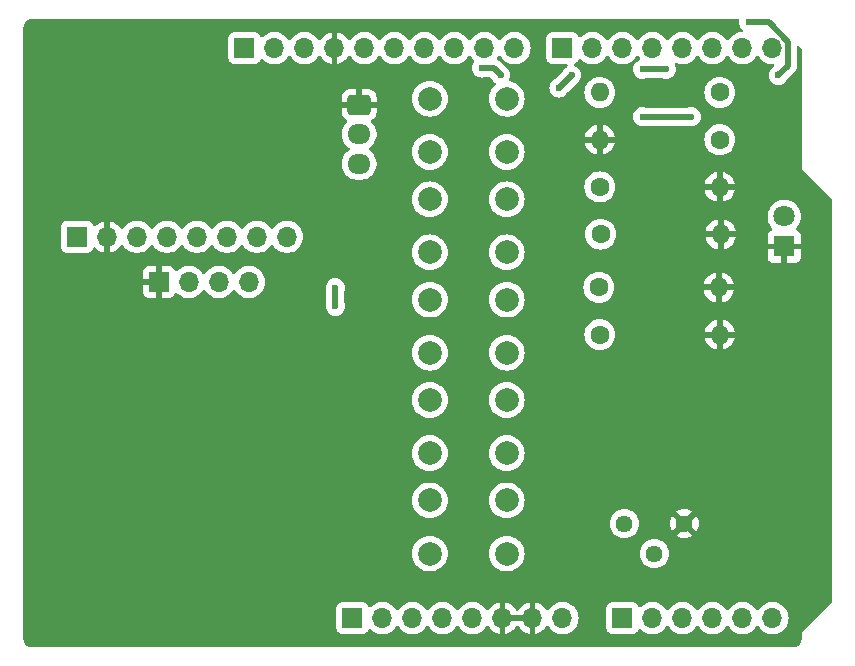
<source format=gbr>
%TF.GenerationSoftware,KiCad,Pcbnew,8.0.8*%
%TF.CreationDate,2025-01-31T10:38:08-07:00*%
%TF.ProjectId,Uno_Shield_ThermoPro,556e6f5f-5368-4696-956c-645f54686572,rev?*%
%TF.SameCoordinates,Original*%
%TF.FileFunction,Copper,L2,Bot*%
%TF.FilePolarity,Positive*%
%FSLAX46Y46*%
G04 Gerber Fmt 4.6, Leading zero omitted, Abs format (unit mm)*
G04 Created by KiCad (PCBNEW 8.0.8) date 2025-01-31 10:38:08*
%MOMM*%
%LPD*%
G01*
G04 APERTURE LIST*
G04 Aperture macros list*
%AMRoundRect*
0 Rectangle with rounded corners*
0 $1 Rounding radius*
0 $2 $3 $4 $5 $6 $7 $8 $9 X,Y pos of 4 corners*
0 Add a 4 corners polygon primitive as box body*
4,1,4,$2,$3,$4,$5,$6,$7,$8,$9,$2,$3,0*
0 Add four circle primitives for the rounded corners*
1,1,$1+$1,$2,$3*
1,1,$1+$1,$4,$5*
1,1,$1+$1,$6,$7*
1,1,$1+$1,$8,$9*
0 Add four rect primitives between the rounded corners*
20,1,$1+$1,$2,$3,$4,$5,0*
20,1,$1+$1,$4,$5,$6,$7,0*
20,1,$1+$1,$6,$7,$8,$9,0*
20,1,$1+$1,$8,$9,$2,$3,0*%
G04 Aperture macros list end*
%TA.AperFunction,ComponentPad*%
%ADD10C,1.600000*%
%TD*%
%TA.AperFunction,ComponentPad*%
%ADD11O,1.600000X1.600000*%
%TD*%
%TA.AperFunction,ComponentPad*%
%ADD12RoundRect,0.250000X-0.725000X0.600000X-0.725000X-0.600000X0.725000X-0.600000X0.725000X0.600000X0*%
%TD*%
%TA.AperFunction,ComponentPad*%
%ADD13O,1.950000X1.700000*%
%TD*%
%TA.AperFunction,ComponentPad*%
%ADD14R,1.700000X1.700000*%
%TD*%
%TA.AperFunction,ComponentPad*%
%ADD15O,1.700000X1.700000*%
%TD*%
%TA.AperFunction,ComponentPad*%
%ADD16C,2.000000*%
%TD*%
%TA.AperFunction,ComponentPad*%
%ADD17R,1.800000X1.800000*%
%TD*%
%TA.AperFunction,ComponentPad*%
%ADD18C,1.800000*%
%TD*%
%TA.AperFunction,ComponentPad*%
%ADD19C,1.440000*%
%TD*%
%TA.AperFunction,ViaPad*%
%ADD20C,0.600000*%
%TD*%
%TA.AperFunction,Conductor*%
%ADD21C,0.508000*%
%TD*%
G04 APERTURE END LIST*
D10*
%TO.P,R6,1*%
%TO.N,/button_light*%
X148880000Y-73460000D03*
D11*
%TO.P,R6,2*%
%TO.N,GND*%
X159040000Y-73460000D03*
%TD*%
%TO.P,R5,2*%
%TO.N,GND*%
X158960000Y-69460000D03*
D10*
%TO.P,R5,1*%
%TO.N,/button_lock*%
X148800000Y-69460000D03*
%TD*%
%TO.P,R4,1*%
%TO.N,/button_cal*%
X148960000Y-64960000D03*
D11*
%TO.P,R4,2*%
%TO.N,GND*%
X159120000Y-64960000D03*
%TD*%
D10*
%TO.P,R3,1*%
%TO.N,/button_units*%
X148880000Y-60960000D03*
D11*
%TO.P,R3,2*%
%TO.N,GND*%
X159040000Y-60960000D03*
%TD*%
D10*
%TO.P,R2,1*%
%TO.N,/button_onoff*%
X159040000Y-56960000D03*
D11*
%TO.P,R2,2*%
%TO.N,GND*%
X148880000Y-56960000D03*
%TD*%
%TO.P,R1,2*%
%TO.N,Net-(D1-A)*%
X148880000Y-52960000D03*
D10*
%TO.P,R1,1*%
%TO.N,/led_light*%
X159040000Y-52960000D03*
%TD*%
D12*
%TO.P,J7,1,Pin_1*%
%TO.N,GND*%
X128500000Y-54000000D03*
D13*
%TO.P,J7,2,Pin_2*%
%TO.N,/8*%
X128500000Y-56500000D03*
%TO.P,J7,3,Pin_3*%
%TO.N,+5V*%
X128500000Y-59000000D03*
%TD*%
D14*
%TO.P,J1,1,Pin_1*%
%TO.N,unconnected-(J1-Pin_1-Pad1)*%
X127940000Y-97460000D03*
D15*
%TO.P,J1,2,Pin_2*%
%TO.N,/IOREF*%
X130480000Y-97460000D03*
%TO.P,J1,3,Pin_3*%
%TO.N,/~{RESET}*%
X133020000Y-97460000D03*
%TO.P,J1,4,Pin_4*%
%TO.N,+3V3*%
X135560000Y-97460000D03*
%TO.P,J1,5,Pin_5*%
%TO.N,+5V*%
X138100000Y-97460000D03*
%TO.P,J1,6,Pin_6*%
%TO.N,GND*%
X140640000Y-97460000D03*
%TO.P,J1,7,Pin_7*%
X143180000Y-97460000D03*
%TO.P,J1,8,Pin_8*%
%TO.N,VCC*%
X145720000Y-97460000D03*
%TD*%
D14*
%TO.P,J3,1,Pin_1*%
%TO.N,/temp_sensor*%
X150800000Y-97460000D03*
D15*
%TO.P,J3,2,Pin_2*%
%TO.N,/A1*%
X153340000Y-97460000D03*
%TO.P,J3,3,Pin_3*%
%TO.N,/A2*%
X155880000Y-97460000D03*
%TO.P,J3,4,Pin_4*%
%TO.N,/A3*%
X158420000Y-97460000D03*
%TO.P,J3,5,Pin_5*%
%TO.N,/SDA{slash}A4*%
X160960000Y-97460000D03*
%TO.P,J3,6,Pin_6*%
%TO.N,/SCL{slash}A5*%
X163500000Y-97460000D03*
%TD*%
D14*
%TO.P,J2,1,Pin_1*%
%TO.N,/I2C_SCL*%
X118796000Y-49200000D03*
D15*
%TO.P,J2,2,Pin_2*%
%TO.N,/I2C_SDA*%
X121336000Y-49200000D03*
%TO.P,J2,3,Pin_3*%
%TO.N,/AREF*%
X123876000Y-49200000D03*
%TO.P,J2,4,Pin_4*%
%TO.N,GND*%
X126416000Y-49200000D03*
%TO.P,J2,5,Pin_5*%
%TO.N,/13*%
X128956000Y-49200000D03*
%TO.P,J2,6,Pin_6*%
%TO.N,/12*%
X131496000Y-49200000D03*
%TO.P,J2,7,Pin_7*%
%TO.N,/\u002A11*%
X134036000Y-49200000D03*
%TO.P,J2,8,Pin_8*%
%TO.N,/\u002A10*%
X136576000Y-49200000D03*
%TO.P,J2,9,Pin_9*%
%TO.N,/led_light*%
X139116000Y-49200000D03*
%TO.P,J2,10,Pin_10*%
%TO.N,/8*%
X141656000Y-49200000D03*
%TD*%
D14*
%TO.P,J4,1,Pin_1*%
%TO.N,/7*%
X145720000Y-49200000D03*
D15*
%TO.P,J4,2,Pin_2*%
%TO.N,/button_light*%
X148260000Y-49200000D03*
%TO.P,J4,3,Pin_3*%
%TO.N,/button_cal*%
X150800000Y-49200000D03*
%TO.P,J4,4,Pin_4*%
%TO.N,/button_units*%
X153340000Y-49200000D03*
%TO.P,J4,5,Pin_5*%
%TO.N,/button_lock*%
X155880000Y-49200000D03*
%TO.P,J4,6,Pin_6*%
%TO.N,/button_onoff*%
X158420000Y-49200000D03*
%TO.P,J4,7,Pin_7*%
%TO.N,/TX{slash}1*%
X160960000Y-49200000D03*
%TO.P,J4,8,Pin_8*%
%TO.N,/RX{slash}0*%
X163500000Y-49200000D03*
%TD*%
D16*
%TO.P,SW4,2,B*%
%TO.N,+5V*%
X141000000Y-83500000D03*
X134500000Y-83500000D03*
%TO.P,SW4,1,A*%
%TO.N,/button_lock*%
X141000000Y-79000000D03*
X134500000Y-79000000D03*
%TD*%
D17*
%TO.P,D1,1,K*%
%TO.N,GND*%
X164500000Y-66000000D03*
D18*
%TO.P,D1,2,A*%
%TO.N,Net-(D1-A)*%
X164500000Y-63460000D03*
%TD*%
D16*
%TO.P,SW5,2,B*%
%TO.N,+5V*%
X141000000Y-92000000D03*
X134500000Y-92000000D03*
%TO.P,SW5,1,A*%
%TO.N,/button_light*%
X141000000Y-87500000D03*
X134500000Y-87500000D03*
%TD*%
%TO.P,SW2,2,B*%
%TO.N,+5V*%
X141000000Y-66500000D03*
X134500000Y-66500000D03*
%TO.P,SW2,1,A*%
%TO.N,/button_units*%
X141000000Y-62000000D03*
X134500000Y-62000000D03*
%TD*%
%TO.P,SW3,2,B*%
%TO.N,+5V*%
X141000000Y-75000000D03*
X134500000Y-75000000D03*
%TO.P,SW3,1,A*%
%TO.N,/button_cal*%
X141000000Y-70500000D03*
X134500000Y-70500000D03*
%TD*%
D15*
%TO.P,J6,4,Pin_4*%
%TO.N,/I2C_SDA*%
X119170000Y-69010000D03*
%TO.P,J6,3,Pin_3*%
%TO.N,/I2C_SCL*%
X116630000Y-69010000D03*
%TO.P,J6,2,Pin_2*%
%TO.N,+5V*%
X114090000Y-69010000D03*
D14*
%TO.P,J6,1,Pin_1*%
%TO.N,GND*%
X111550000Y-69010000D03*
%TD*%
D16*
%TO.P,SW1,2,B*%
%TO.N,+5V*%
X141000000Y-58000000D03*
X134500000Y-58000000D03*
%TO.P,SW1,1,A*%
%TO.N,/button_onoff*%
X141000000Y-53500000D03*
X134500000Y-53500000D03*
%TD*%
D19*
%TO.P,RV1,3,3*%
%TO.N,GND*%
X156040000Y-89460000D03*
%TO.P,RV1,2,2*%
%TO.N,/temp_sensor*%
X153500000Y-92000000D03*
%TO.P,RV1,1,1*%
%TO.N,+5V*%
X150960000Y-89460000D03*
%TD*%
D15*
%TO.P,J5,8,Pin_8*%
%TO.N,unconnected-(J5-Pin_8-Pad8)*%
X122410000Y-65180000D03*
%TO.P,J5,7,Pin_7*%
%TO.N,unconnected-(J5-Pin_7-Pad7)*%
X119870000Y-65180000D03*
%TO.P,J5,6,Pin_6*%
%TO.N,unconnected-(J5-Pin_6-Pad6)*%
X117330000Y-65180000D03*
%TO.P,J5,5,Pin_5*%
%TO.N,unconnected-(J5-Pin_5-Pad5)*%
X114790000Y-65180000D03*
%TO.P,J5,4,Pin_4*%
%TO.N,/I2C_SDA*%
X112250000Y-65180000D03*
%TO.P,J5,3,Pin_3*%
%TO.N,/I2C_SCL*%
X109710000Y-65180000D03*
%TO.P,J5,2,Pin_2*%
%TO.N,GND*%
X107170000Y-65180000D03*
D14*
%TO.P,J5,1,Pin_1*%
%TO.N,+5V*%
X104630000Y-65180000D03*
%TD*%
D20*
%TO.N,/led_light*%
X164000000Y-51500000D03*
X161500000Y-47035000D03*
%TO.N,/button_light*%
X145422841Y-52577159D03*
X140500000Y-51500000D03*
X138894841Y-50894841D03*
X146500000Y-51500000D03*
%TO.N,/button_onoff*%
X152500000Y-55000000D03*
X156634000Y-55000000D03*
%TO.N,/button_light*%
X126500000Y-69500000D03*
X126500000Y-71068000D03*
%TO.N,/button_cal*%
X152500000Y-51000000D03*
X154500000Y-51000000D03*
%TD*%
D21*
%TO.N,/led_light*%
X164804000Y-50696000D02*
X164000000Y-51500000D01*
X164804000Y-48659865D02*
X164804000Y-50696000D01*
X163179135Y-47035000D02*
X164804000Y-48659865D01*
X161500000Y-47035000D02*
X163179135Y-47035000D01*
%TO.N,/button_light*%
X145422841Y-52577159D02*
X146500000Y-51500000D01*
X139894841Y-50894841D02*
X140500000Y-51500000D01*
X138894841Y-50894841D02*
X139894841Y-50894841D01*
%TO.N,/button_onoff*%
X152500000Y-55000000D02*
X156634000Y-55000000D01*
%TO.N,/button_light*%
X126500000Y-71068000D02*
X126500000Y-69500000D01*
%TO.N,/button_cal*%
X154500000Y-51000000D02*
X152500000Y-51000000D01*
%TD*%
%TA.AperFunction,Conductor*%
%TO.N,GND*%
G36*
X142714075Y-97267007D02*
G01*
X142680000Y-97394174D01*
X142680000Y-97525826D01*
X142714075Y-97652993D01*
X142746988Y-97710000D01*
X141073012Y-97710000D01*
X141105925Y-97652993D01*
X141140000Y-97525826D01*
X141140000Y-97394174D01*
X141105925Y-97267007D01*
X141073012Y-97210000D01*
X142746988Y-97210000D01*
X142714075Y-97267007D01*
G37*
%TD.AperFunction*%
%TA.AperFunction,Conductor*%
G36*
X160648412Y-46755185D02*
G01*
X160694167Y-46807989D01*
X160704593Y-46873383D01*
X160686384Y-47034996D01*
X160686384Y-47035003D01*
X160706781Y-47216041D01*
X160706782Y-47216046D01*
X160731985Y-47288070D01*
X160749985Y-47339513D01*
X160766958Y-47388017D01*
X160863889Y-47542281D01*
X160951427Y-47629819D01*
X160984912Y-47691142D01*
X160979928Y-47760834D01*
X160938056Y-47816767D01*
X160872592Y-47841184D01*
X160863746Y-47841500D01*
X160847431Y-47841500D01*
X160625362Y-47878556D01*
X160412430Y-47951656D01*
X160412419Y-47951661D01*
X160214427Y-48058808D01*
X160214422Y-48058812D01*
X160036761Y-48197092D01*
X160036756Y-48197097D01*
X159884284Y-48362723D01*
X159884276Y-48362734D01*
X159793808Y-48501206D01*
X159740662Y-48546562D01*
X159671431Y-48555986D01*
X159608095Y-48526484D01*
X159586192Y-48501206D01*
X159495723Y-48362734D01*
X159495715Y-48362723D01*
X159343243Y-48197097D01*
X159343238Y-48197092D01*
X159165577Y-48058812D01*
X159165572Y-48058808D01*
X158967580Y-47951661D01*
X158967577Y-47951659D01*
X158967574Y-47951658D01*
X158967571Y-47951657D01*
X158967569Y-47951656D01*
X158754637Y-47878556D01*
X158532569Y-47841500D01*
X158307431Y-47841500D01*
X158085362Y-47878556D01*
X157872430Y-47951656D01*
X157872419Y-47951661D01*
X157674427Y-48058808D01*
X157674422Y-48058812D01*
X157496761Y-48197092D01*
X157496756Y-48197097D01*
X157344284Y-48362723D01*
X157344276Y-48362734D01*
X157253808Y-48501206D01*
X157200662Y-48546562D01*
X157131431Y-48555986D01*
X157068095Y-48526484D01*
X157046192Y-48501206D01*
X156955723Y-48362734D01*
X156955715Y-48362723D01*
X156803243Y-48197097D01*
X156803238Y-48197092D01*
X156625577Y-48058812D01*
X156625572Y-48058808D01*
X156427580Y-47951661D01*
X156427577Y-47951659D01*
X156427574Y-47951658D01*
X156427571Y-47951657D01*
X156427569Y-47951656D01*
X156214637Y-47878556D01*
X155992569Y-47841500D01*
X155767431Y-47841500D01*
X155545362Y-47878556D01*
X155332430Y-47951656D01*
X155332419Y-47951661D01*
X155134427Y-48058808D01*
X155134422Y-48058812D01*
X154956761Y-48197092D01*
X154956756Y-48197097D01*
X154804284Y-48362723D01*
X154804276Y-48362734D01*
X154713808Y-48501206D01*
X154660662Y-48546562D01*
X154591431Y-48555986D01*
X154528095Y-48526484D01*
X154506192Y-48501206D01*
X154415723Y-48362734D01*
X154415715Y-48362723D01*
X154263243Y-48197097D01*
X154263238Y-48197092D01*
X154085577Y-48058812D01*
X154085572Y-48058808D01*
X153887580Y-47951661D01*
X153887577Y-47951659D01*
X153887574Y-47951658D01*
X153887571Y-47951657D01*
X153887569Y-47951656D01*
X153674637Y-47878556D01*
X153452569Y-47841500D01*
X153227431Y-47841500D01*
X153005362Y-47878556D01*
X152792430Y-47951656D01*
X152792419Y-47951661D01*
X152594427Y-48058808D01*
X152594422Y-48058812D01*
X152416761Y-48197092D01*
X152416756Y-48197097D01*
X152264284Y-48362723D01*
X152264276Y-48362734D01*
X152173808Y-48501206D01*
X152120662Y-48546562D01*
X152051431Y-48555986D01*
X151988095Y-48526484D01*
X151966192Y-48501206D01*
X151875723Y-48362734D01*
X151875715Y-48362723D01*
X151723243Y-48197097D01*
X151723238Y-48197092D01*
X151545577Y-48058812D01*
X151545572Y-48058808D01*
X151347580Y-47951661D01*
X151347577Y-47951659D01*
X151347574Y-47951658D01*
X151347571Y-47951657D01*
X151347569Y-47951656D01*
X151134637Y-47878556D01*
X150912569Y-47841500D01*
X150687431Y-47841500D01*
X150465362Y-47878556D01*
X150252430Y-47951656D01*
X150252419Y-47951661D01*
X150054427Y-48058808D01*
X150054422Y-48058812D01*
X149876761Y-48197092D01*
X149876756Y-48197097D01*
X149724284Y-48362723D01*
X149724276Y-48362734D01*
X149633808Y-48501206D01*
X149580662Y-48546562D01*
X149511431Y-48555986D01*
X149448095Y-48526484D01*
X149426192Y-48501206D01*
X149335723Y-48362734D01*
X149335715Y-48362723D01*
X149183243Y-48197097D01*
X149183238Y-48197092D01*
X149005577Y-48058812D01*
X149005572Y-48058808D01*
X148807580Y-47951661D01*
X148807577Y-47951659D01*
X148807574Y-47951658D01*
X148807571Y-47951657D01*
X148807569Y-47951656D01*
X148594637Y-47878556D01*
X148372569Y-47841500D01*
X148147431Y-47841500D01*
X147925362Y-47878556D01*
X147712430Y-47951656D01*
X147712419Y-47951661D01*
X147514427Y-48058808D01*
X147514422Y-48058812D01*
X147336761Y-48197092D01*
X147273548Y-48265760D01*
X147213661Y-48301750D01*
X147143823Y-48299649D01*
X147086207Y-48260124D01*
X147066138Y-48225110D01*
X147020889Y-48103796D01*
X146987214Y-48058812D01*
X146933261Y-47986739D01*
X146816204Y-47899111D01*
X146679203Y-47848011D01*
X146618654Y-47841500D01*
X146618638Y-47841500D01*
X144821362Y-47841500D01*
X144821345Y-47841500D01*
X144760797Y-47848011D01*
X144760795Y-47848011D01*
X144623795Y-47899111D01*
X144506739Y-47986739D01*
X144419111Y-48103795D01*
X144368011Y-48240795D01*
X144368011Y-48240797D01*
X144361500Y-48301345D01*
X144361500Y-50098654D01*
X144368011Y-50159202D01*
X144368011Y-50159204D01*
X144408202Y-50266956D01*
X144419111Y-50296204D01*
X144506739Y-50413261D01*
X144623796Y-50500889D01*
X144760799Y-50551989D01*
X144788050Y-50554918D01*
X144821345Y-50558499D01*
X144821362Y-50558500D01*
X146048328Y-50558500D01*
X146115367Y-50578185D01*
X146161122Y-50630989D01*
X146171066Y-50700147D01*
X146142041Y-50763703D01*
X146114301Y-50787493D01*
X145992720Y-50863887D01*
X145863889Y-50992718D01*
X145763253Y-51152880D01*
X145762279Y-51152268D01*
X145744888Y-51176772D01*
X145099613Y-51822047D01*
X145075109Y-51839438D01*
X145075721Y-51840412D01*
X144915559Y-51941048D01*
X144786730Y-52069877D01*
X144689799Y-52224141D01*
X144629623Y-52396112D01*
X144629622Y-52396117D01*
X144609225Y-52577155D01*
X144609225Y-52577162D01*
X144629622Y-52758200D01*
X144629623Y-52758205D01*
X144646937Y-52807684D01*
X144687949Y-52924891D01*
X144689799Y-52930176D01*
X144754035Y-53032406D01*
X144786730Y-53084440D01*
X144915560Y-53213270D01*
X145069826Y-53310202D01*
X145183643Y-53350028D01*
X145241794Y-53370376D01*
X145241799Y-53370377D01*
X145422837Y-53390775D01*
X145422841Y-53390775D01*
X145422845Y-53390775D01*
X145603882Y-53370377D01*
X145603885Y-53370376D01*
X145603888Y-53370376D01*
X145775856Y-53310202D01*
X145930122Y-53213270D01*
X146058952Y-53084440D01*
X146137144Y-52959998D01*
X147566502Y-52959998D01*
X147566502Y-52960001D01*
X147586456Y-53188081D01*
X147586457Y-53188089D01*
X147645714Y-53409238D01*
X147645718Y-53409249D01*
X147688036Y-53500000D01*
X147742477Y-53616749D01*
X147873802Y-53804300D01*
X148035700Y-53966198D01*
X148223251Y-54097523D01*
X148348091Y-54155736D01*
X148430750Y-54194281D01*
X148430752Y-54194281D01*
X148430757Y-54194284D01*
X148651913Y-54253543D01*
X148814832Y-54267796D01*
X148879998Y-54273498D01*
X148880000Y-54273498D01*
X148880002Y-54273498D01*
X148937021Y-54268509D01*
X149108087Y-54253543D01*
X149329243Y-54194284D01*
X149536749Y-54097523D01*
X149724300Y-53966198D01*
X149886198Y-53804300D01*
X150017523Y-53616749D01*
X150114284Y-53409243D01*
X150173543Y-53188087D01*
X150193498Y-52960000D01*
X150193498Y-52959998D01*
X157726502Y-52959998D01*
X157726502Y-52960001D01*
X157746456Y-53188081D01*
X157746457Y-53188089D01*
X157805714Y-53409238D01*
X157805718Y-53409249D01*
X157848036Y-53500000D01*
X157902477Y-53616749D01*
X158033802Y-53804300D01*
X158195700Y-53966198D01*
X158383251Y-54097523D01*
X158508091Y-54155736D01*
X158590750Y-54194281D01*
X158590752Y-54194281D01*
X158590757Y-54194284D01*
X158811913Y-54253543D01*
X158974832Y-54267796D01*
X159039998Y-54273498D01*
X159040000Y-54273498D01*
X159040002Y-54273498D01*
X159097021Y-54268509D01*
X159268087Y-54253543D01*
X159489243Y-54194284D01*
X159696749Y-54097523D01*
X159884300Y-53966198D01*
X160046198Y-53804300D01*
X160177523Y-53616749D01*
X160274284Y-53409243D01*
X160333543Y-53188087D01*
X160353498Y-52960000D01*
X160333543Y-52731913D01*
X160274284Y-52510757D01*
X160177523Y-52303251D01*
X160046198Y-52115700D01*
X159884300Y-51953802D01*
X159696749Y-51822477D01*
X159695827Y-51822047D01*
X159489249Y-51725718D01*
X159489238Y-51725714D01*
X159268089Y-51666457D01*
X159268081Y-51666456D01*
X159040002Y-51646502D01*
X159039998Y-51646502D01*
X158811918Y-51666456D01*
X158811910Y-51666457D01*
X158590761Y-51725714D01*
X158590750Y-51725718D01*
X158383254Y-51822475D01*
X158383252Y-51822476D01*
X158357637Y-51840412D01*
X158195700Y-51953802D01*
X158195698Y-51953803D01*
X158195695Y-51953806D01*
X158033806Y-52115695D01*
X158033803Y-52115698D01*
X158033802Y-52115700D01*
X157951767Y-52232856D01*
X157902476Y-52303252D01*
X157902475Y-52303254D01*
X157805718Y-52510750D01*
X157805714Y-52510761D01*
X157746457Y-52731910D01*
X157746456Y-52731918D01*
X157726502Y-52959998D01*
X150193498Y-52959998D01*
X150173543Y-52731913D01*
X150114284Y-52510757D01*
X150017523Y-52303251D01*
X149886198Y-52115700D01*
X149724300Y-51953802D01*
X149536749Y-51822477D01*
X149535827Y-51822047D01*
X149329249Y-51725718D01*
X149329238Y-51725714D01*
X149108089Y-51666457D01*
X149108081Y-51666456D01*
X148880002Y-51646502D01*
X148879998Y-51646502D01*
X148651918Y-51666456D01*
X148651910Y-51666457D01*
X148430761Y-51725714D01*
X148430750Y-51725718D01*
X148223254Y-51822475D01*
X148223252Y-51822476D01*
X148197637Y-51840412D01*
X148035700Y-51953802D01*
X148035698Y-51953803D01*
X148035695Y-51953806D01*
X147873806Y-52115695D01*
X147873803Y-52115698D01*
X147873802Y-52115700D01*
X147791767Y-52232856D01*
X147742476Y-52303252D01*
X147742475Y-52303254D01*
X147645718Y-52510750D01*
X147645714Y-52510761D01*
X147586457Y-52731910D01*
X147586456Y-52731918D01*
X147566502Y-52959998D01*
X146137144Y-52959998D01*
X146155884Y-52930174D01*
X146155884Y-52930172D01*
X146159589Y-52924277D01*
X146160567Y-52924891D01*
X146177951Y-52900385D01*
X146823226Y-52255110D01*
X146847732Y-52237726D01*
X146847118Y-52236748D01*
X146853013Y-52233043D01*
X146853015Y-52233043D01*
X147007281Y-52136111D01*
X147136111Y-52007281D01*
X147233043Y-51853015D01*
X147293217Y-51681047D01*
X147295888Y-51657341D01*
X147313616Y-51500003D01*
X147313616Y-51499996D01*
X147293218Y-51318958D01*
X147293217Y-51318953D01*
X147233043Y-51146985D01*
X147136111Y-50992719D01*
X147007281Y-50863889D01*
X147007278Y-50863887D01*
X146853015Y-50766956D01*
X146853011Y-50766955D01*
X146789814Y-50744841D01*
X146733038Y-50704119D01*
X146707291Y-50639167D01*
X146720748Y-50570605D01*
X146769135Y-50520202D01*
X146787425Y-50511622D01*
X146816204Y-50500889D01*
X146933261Y-50413261D01*
X147020889Y-50296204D01*
X147066138Y-50174887D01*
X147108009Y-50118956D01*
X147173474Y-50094539D01*
X147241746Y-50109391D01*
X147273545Y-50134236D01*
X147336760Y-50202906D01*
X147514424Y-50341189D01*
X147514425Y-50341189D01*
X147514427Y-50341191D01*
X147556370Y-50363889D01*
X147712426Y-50448342D01*
X147925365Y-50521444D01*
X148147431Y-50558500D01*
X148372569Y-50558500D01*
X148594635Y-50521444D01*
X148807574Y-50448342D01*
X149005576Y-50341189D01*
X149183240Y-50202906D01*
X149304594Y-50071082D01*
X149335715Y-50037276D01*
X149335715Y-50037275D01*
X149335722Y-50037268D01*
X149426193Y-49898790D01*
X149479338Y-49853437D01*
X149548569Y-49844013D01*
X149611905Y-49873515D01*
X149633804Y-49898787D01*
X149724278Y-50037268D01*
X149724283Y-50037273D01*
X149724284Y-50037276D01*
X149876756Y-50202902D01*
X149876761Y-50202907D01*
X149897595Y-50219123D01*
X150054424Y-50341189D01*
X150054425Y-50341189D01*
X150054427Y-50341191D01*
X150096370Y-50363889D01*
X150252426Y-50448342D01*
X150465365Y-50521444D01*
X150687431Y-50558500D01*
X150912569Y-50558500D01*
X151134635Y-50521444D01*
X151347574Y-50448342D01*
X151545576Y-50341189D01*
X151723240Y-50202906D01*
X151844594Y-50071082D01*
X151875715Y-50037276D01*
X151875715Y-50037275D01*
X151875722Y-50037268D01*
X151966193Y-49898790D01*
X152019338Y-49853437D01*
X152088569Y-49844013D01*
X152151905Y-49873515D01*
X152173804Y-49898787D01*
X152264278Y-50037268D01*
X152264283Y-50037273D01*
X152264284Y-50037276D01*
X152267908Y-50041212D01*
X152298830Y-50103866D01*
X152290969Y-50173292D01*
X152246822Y-50227448D01*
X152217633Y-50242235D01*
X152146988Y-50266955D01*
X152146984Y-50266956D01*
X151992718Y-50363889D01*
X151863889Y-50492718D01*
X151766958Y-50646982D01*
X151706782Y-50818953D01*
X151706781Y-50818958D01*
X151686384Y-50999996D01*
X151686384Y-51000003D01*
X151706781Y-51181041D01*
X151706782Y-51181046D01*
X151707137Y-51182060D01*
X151766957Y-51353015D01*
X151863889Y-51507281D01*
X151992719Y-51636111D01*
X152146985Y-51733043D01*
X152318950Y-51793216D01*
X152318953Y-51793217D01*
X152318958Y-51793218D01*
X152499996Y-51813616D01*
X152500000Y-51813616D01*
X152500004Y-51813616D01*
X152681038Y-51793218D01*
X152681037Y-51793218D01*
X152681047Y-51793217D01*
X152722804Y-51778605D01*
X152748948Y-51769458D01*
X152789901Y-51762500D01*
X154210099Y-51762500D01*
X154251052Y-51769458D01*
X154284363Y-51781113D01*
X154318953Y-51793217D01*
X154318960Y-51793217D01*
X154318961Y-51793218D01*
X154499996Y-51813616D01*
X154500000Y-51813616D01*
X154500004Y-51813616D01*
X154681041Y-51793218D01*
X154681044Y-51793217D01*
X154681047Y-51793217D01*
X154853015Y-51733043D01*
X155007281Y-51636111D01*
X155136111Y-51507281D01*
X155233043Y-51353015D01*
X155293217Y-51181047D01*
X155297055Y-51146985D01*
X155313616Y-51000003D01*
X155313616Y-50999996D01*
X155293218Y-50818958D01*
X155293217Y-50818953D01*
X155276473Y-50771102D01*
X155233043Y-50646985D01*
X155233042Y-50646984D01*
X155233041Y-50646980D01*
X155230021Y-50640709D01*
X155231260Y-50640112D01*
X155214330Y-50580213D01*
X155234694Y-50513376D01*
X155287959Y-50468159D01*
X155357215Y-50458917D01*
X155378586Y-50464188D01*
X155545365Y-50521444D01*
X155767431Y-50558500D01*
X155992569Y-50558500D01*
X156214635Y-50521444D01*
X156427574Y-50448342D01*
X156625576Y-50341189D01*
X156803240Y-50202906D01*
X156924594Y-50071082D01*
X156955715Y-50037276D01*
X156955715Y-50037275D01*
X156955722Y-50037268D01*
X157046193Y-49898790D01*
X157099338Y-49853437D01*
X157168569Y-49844013D01*
X157231905Y-49873515D01*
X157253804Y-49898787D01*
X157344278Y-50037268D01*
X157344283Y-50037273D01*
X157344284Y-50037276D01*
X157496756Y-50202902D01*
X157496761Y-50202907D01*
X157517595Y-50219123D01*
X157674424Y-50341189D01*
X157674425Y-50341189D01*
X157674427Y-50341191D01*
X157716370Y-50363889D01*
X157872426Y-50448342D01*
X158085365Y-50521444D01*
X158307431Y-50558500D01*
X158532569Y-50558500D01*
X158754635Y-50521444D01*
X158967574Y-50448342D01*
X159165576Y-50341189D01*
X159343240Y-50202906D01*
X159464594Y-50071082D01*
X159495715Y-50037276D01*
X159495715Y-50037275D01*
X159495722Y-50037268D01*
X159586193Y-49898790D01*
X159639338Y-49853437D01*
X159708569Y-49844013D01*
X159771905Y-49873515D01*
X159793804Y-49898787D01*
X159884278Y-50037268D01*
X159884283Y-50037273D01*
X159884284Y-50037276D01*
X160036756Y-50202902D01*
X160036761Y-50202907D01*
X160057595Y-50219123D01*
X160214424Y-50341189D01*
X160214425Y-50341189D01*
X160214427Y-50341191D01*
X160256370Y-50363889D01*
X160412426Y-50448342D01*
X160625365Y-50521444D01*
X160847431Y-50558500D01*
X161072569Y-50558500D01*
X161294635Y-50521444D01*
X161507574Y-50448342D01*
X161705576Y-50341189D01*
X161883240Y-50202906D01*
X162004594Y-50071082D01*
X162035715Y-50037276D01*
X162035715Y-50037275D01*
X162035722Y-50037268D01*
X162126193Y-49898790D01*
X162179338Y-49853437D01*
X162248569Y-49844013D01*
X162311905Y-49873515D01*
X162333804Y-49898787D01*
X162424278Y-50037268D01*
X162424283Y-50037273D01*
X162424284Y-50037276D01*
X162576756Y-50202902D01*
X162576761Y-50202907D01*
X162597595Y-50219123D01*
X162754424Y-50341189D01*
X162754425Y-50341189D01*
X162754427Y-50341191D01*
X162796370Y-50363889D01*
X162952426Y-50448342D01*
X163165365Y-50521444D01*
X163387431Y-50558500D01*
X163548329Y-50558500D01*
X163615368Y-50578185D01*
X163661123Y-50630989D01*
X163671067Y-50700147D01*
X163642042Y-50763703D01*
X163614301Y-50787494D01*
X163492718Y-50863889D01*
X163363889Y-50992718D01*
X163266958Y-51146982D01*
X163206782Y-51318953D01*
X163206781Y-51318958D01*
X163186384Y-51499996D01*
X163186384Y-51500003D01*
X163206781Y-51681041D01*
X163206782Y-51681046D01*
X163237719Y-51769458D01*
X163265108Y-51847732D01*
X163266958Y-51853017D01*
X163322272Y-51941048D01*
X163363889Y-52007281D01*
X163492719Y-52136111D01*
X163646985Y-52233043D01*
X163818953Y-52293217D01*
X163818958Y-52293218D01*
X163999996Y-52313616D01*
X164000000Y-52313616D01*
X164000004Y-52313616D01*
X164181041Y-52293218D01*
X164181044Y-52293217D01*
X164181047Y-52293217D01*
X164353015Y-52233043D01*
X164507281Y-52136111D01*
X164636111Y-52007281D01*
X164733043Y-51853015D01*
X164733043Y-51853013D01*
X164736748Y-51847118D01*
X164737726Y-51847732D01*
X164755112Y-51823225D01*
X165396273Y-51182065D01*
X165479719Y-51057179D01*
X165537197Y-50918412D01*
X165539323Y-50907727D01*
X165541887Y-50894841D01*
X165566499Y-50771104D01*
X165566500Y-50771102D01*
X165566500Y-49132635D01*
X165586185Y-49065596D01*
X165638989Y-49019841D01*
X165708147Y-49009897D01*
X165771703Y-49038922D01*
X165778181Y-49044954D01*
X165928181Y-49194954D01*
X165961666Y-49256277D01*
X165964500Y-49282635D01*
X165964500Y-59344982D01*
X165964500Y-59375018D01*
X165975994Y-59402767D01*
X165975995Y-59402768D01*
X168463681Y-61890454D01*
X168497166Y-61951777D01*
X168500000Y-61978135D01*
X168500000Y-96111864D01*
X168480315Y-96178903D01*
X168463681Y-96199545D01*
X165997233Y-98665994D01*
X165975995Y-98687231D01*
X165964500Y-98714982D01*
X165964500Y-99231907D01*
X165963903Y-99244062D01*
X165952505Y-99359778D01*
X165947763Y-99383618D01*
X165917832Y-99482290D01*
X165915789Y-99489024D01*
X165906486Y-99511482D01*
X165854561Y-99608627D01*
X165841056Y-99628839D01*
X165771176Y-99713988D01*
X165753988Y-99731176D01*
X165668839Y-99801056D01*
X165648627Y-99814561D01*
X165551482Y-99866486D01*
X165529028Y-99875787D01*
X165487028Y-99888528D01*
X165423618Y-99907763D01*
X165399778Y-99912505D01*
X165291162Y-99923203D01*
X165284060Y-99923903D01*
X165271907Y-99924500D01*
X100768093Y-99924500D01*
X100755939Y-99923903D01*
X100747995Y-99923120D01*
X100640221Y-99912505D01*
X100616381Y-99907763D01*
X100599445Y-99902625D01*
X100510968Y-99875786D01*
X100488517Y-99866486D01*
X100391372Y-99814561D01*
X100371160Y-99801056D01*
X100286011Y-99731176D01*
X100268823Y-99713988D01*
X100198943Y-99628839D01*
X100185438Y-99608627D01*
X100133510Y-99511476D01*
X100124215Y-99489037D01*
X100092234Y-99383612D01*
X100087494Y-99359777D01*
X100076097Y-99244061D01*
X100075500Y-99231907D01*
X100075500Y-96561345D01*
X126581500Y-96561345D01*
X126581500Y-98358654D01*
X126588011Y-98419202D01*
X126588011Y-98419204D01*
X126639111Y-98556204D01*
X126726739Y-98673261D01*
X126843796Y-98760889D01*
X126980799Y-98811989D01*
X127008050Y-98814918D01*
X127041345Y-98818499D01*
X127041362Y-98818500D01*
X128838638Y-98818500D01*
X128838654Y-98818499D01*
X128865692Y-98815591D01*
X128899201Y-98811989D01*
X129036204Y-98760889D01*
X129153261Y-98673261D01*
X129240889Y-98556204D01*
X129286138Y-98434887D01*
X129328009Y-98378956D01*
X129393474Y-98354539D01*
X129461746Y-98369391D01*
X129493545Y-98394236D01*
X129556760Y-98462906D01*
X129734424Y-98601189D01*
X129734425Y-98601189D01*
X129734427Y-98601191D01*
X129861135Y-98669761D01*
X129932426Y-98708342D01*
X130145365Y-98781444D01*
X130367431Y-98818500D01*
X130592569Y-98818500D01*
X130814635Y-98781444D01*
X131027574Y-98708342D01*
X131225576Y-98601189D01*
X131403240Y-98462906D01*
X131524594Y-98331082D01*
X131555715Y-98297276D01*
X131555715Y-98297275D01*
X131555722Y-98297268D01*
X131646193Y-98158790D01*
X131699338Y-98113437D01*
X131768569Y-98104013D01*
X131831905Y-98133515D01*
X131853804Y-98158787D01*
X131944278Y-98297268D01*
X131944283Y-98297273D01*
X131944284Y-98297276D01*
X132070968Y-98434889D01*
X132096760Y-98462906D01*
X132274424Y-98601189D01*
X132274425Y-98601189D01*
X132274427Y-98601191D01*
X132401135Y-98669761D01*
X132472426Y-98708342D01*
X132685365Y-98781444D01*
X132907431Y-98818500D01*
X133132569Y-98818500D01*
X133354635Y-98781444D01*
X133567574Y-98708342D01*
X133765576Y-98601189D01*
X133943240Y-98462906D01*
X134064594Y-98331082D01*
X134095715Y-98297276D01*
X134095715Y-98297275D01*
X134095722Y-98297268D01*
X134186193Y-98158790D01*
X134239338Y-98113437D01*
X134308569Y-98104013D01*
X134371905Y-98133515D01*
X134393804Y-98158787D01*
X134484278Y-98297268D01*
X134484283Y-98297273D01*
X134484284Y-98297276D01*
X134610968Y-98434889D01*
X134636760Y-98462906D01*
X134814424Y-98601189D01*
X134814425Y-98601189D01*
X134814427Y-98601191D01*
X134941135Y-98669761D01*
X135012426Y-98708342D01*
X135225365Y-98781444D01*
X135447431Y-98818500D01*
X135672569Y-98818500D01*
X135894635Y-98781444D01*
X136107574Y-98708342D01*
X136305576Y-98601189D01*
X136483240Y-98462906D01*
X136604594Y-98331082D01*
X136635715Y-98297276D01*
X136635715Y-98297275D01*
X136635722Y-98297268D01*
X136726193Y-98158790D01*
X136779338Y-98113437D01*
X136848569Y-98104013D01*
X136911905Y-98133515D01*
X136933804Y-98158787D01*
X137024278Y-98297268D01*
X137024283Y-98297273D01*
X137024284Y-98297276D01*
X137150968Y-98434889D01*
X137176760Y-98462906D01*
X137354424Y-98601189D01*
X137354425Y-98601189D01*
X137354427Y-98601191D01*
X137481135Y-98669761D01*
X137552426Y-98708342D01*
X137765365Y-98781444D01*
X137987431Y-98818500D01*
X138212569Y-98818500D01*
X138434635Y-98781444D01*
X138647574Y-98708342D01*
X138845576Y-98601189D01*
X139023240Y-98462906D01*
X139144594Y-98331082D01*
X139175715Y-98297276D01*
X139175715Y-98297275D01*
X139175722Y-98297268D01*
X139269749Y-98153347D01*
X139322894Y-98107994D01*
X139392125Y-98098570D01*
X139455461Y-98128072D01*
X139475130Y-98150048D01*
X139601890Y-98331078D01*
X139768917Y-98498105D01*
X139962421Y-98633600D01*
X140176507Y-98733429D01*
X140176516Y-98733433D01*
X140390000Y-98790634D01*
X140390000Y-97893012D01*
X140447007Y-97925925D01*
X140574174Y-97960000D01*
X140705826Y-97960000D01*
X140832993Y-97925925D01*
X140890000Y-97893012D01*
X140890000Y-98790633D01*
X141103483Y-98733433D01*
X141103492Y-98733429D01*
X141317578Y-98633600D01*
X141511082Y-98498105D01*
X141678105Y-98331082D01*
X141808425Y-98144968D01*
X141863002Y-98101344D01*
X141932501Y-98094151D01*
X141994855Y-98125673D01*
X142011575Y-98144968D01*
X142141894Y-98331082D01*
X142308917Y-98498105D01*
X142502421Y-98633600D01*
X142716507Y-98733429D01*
X142716516Y-98733433D01*
X142930000Y-98790634D01*
X142930000Y-97893012D01*
X142987007Y-97925925D01*
X143114174Y-97960000D01*
X143245826Y-97960000D01*
X143372993Y-97925925D01*
X143430000Y-97893012D01*
X143430000Y-98790633D01*
X143643483Y-98733433D01*
X143643492Y-98733429D01*
X143857578Y-98633600D01*
X144051082Y-98498105D01*
X144218105Y-98331082D01*
X144344868Y-98150048D01*
X144399445Y-98106423D01*
X144468944Y-98099231D01*
X144531298Y-98130753D01*
X144550251Y-98153350D01*
X144644276Y-98297265D01*
X144644284Y-98297276D01*
X144770968Y-98434889D01*
X144796760Y-98462906D01*
X144974424Y-98601189D01*
X144974425Y-98601189D01*
X144974427Y-98601191D01*
X145101135Y-98669761D01*
X145172426Y-98708342D01*
X145385365Y-98781444D01*
X145607431Y-98818500D01*
X145832569Y-98818500D01*
X146054635Y-98781444D01*
X146267574Y-98708342D01*
X146465576Y-98601189D01*
X146643240Y-98462906D01*
X146764594Y-98331082D01*
X146795715Y-98297276D01*
X146795717Y-98297273D01*
X146795722Y-98297268D01*
X146918860Y-98108791D01*
X147009296Y-97902616D01*
X147064564Y-97684368D01*
X147067164Y-97652993D01*
X147083156Y-97460005D01*
X147083156Y-97459994D01*
X147064565Y-97235640D01*
X147064563Y-97235628D01*
X147009296Y-97017385D01*
X146999071Y-96994075D01*
X146918860Y-96811209D01*
X146902706Y-96786484D01*
X146795723Y-96622734D01*
X146795715Y-96622723D01*
X146739212Y-96561345D01*
X149441500Y-96561345D01*
X149441500Y-98358654D01*
X149448011Y-98419202D01*
X149448011Y-98419204D01*
X149499111Y-98556204D01*
X149586739Y-98673261D01*
X149703796Y-98760889D01*
X149840799Y-98811989D01*
X149868050Y-98814918D01*
X149901345Y-98818499D01*
X149901362Y-98818500D01*
X151698638Y-98818500D01*
X151698654Y-98818499D01*
X151725692Y-98815591D01*
X151759201Y-98811989D01*
X151896204Y-98760889D01*
X152013261Y-98673261D01*
X152100889Y-98556204D01*
X152146138Y-98434887D01*
X152188009Y-98378956D01*
X152253474Y-98354539D01*
X152321746Y-98369391D01*
X152353545Y-98394236D01*
X152416760Y-98462906D01*
X152594424Y-98601189D01*
X152594425Y-98601189D01*
X152594427Y-98601191D01*
X152721135Y-98669761D01*
X152792426Y-98708342D01*
X153005365Y-98781444D01*
X153227431Y-98818500D01*
X153452569Y-98818500D01*
X153674635Y-98781444D01*
X153887574Y-98708342D01*
X154085576Y-98601189D01*
X154263240Y-98462906D01*
X154384594Y-98331082D01*
X154415715Y-98297276D01*
X154415715Y-98297275D01*
X154415722Y-98297268D01*
X154506193Y-98158790D01*
X154559338Y-98113437D01*
X154628569Y-98104013D01*
X154691905Y-98133515D01*
X154713804Y-98158787D01*
X154804278Y-98297268D01*
X154804283Y-98297273D01*
X154804284Y-98297276D01*
X154930968Y-98434889D01*
X154956760Y-98462906D01*
X155134424Y-98601189D01*
X155134425Y-98601189D01*
X155134427Y-98601191D01*
X155261135Y-98669761D01*
X155332426Y-98708342D01*
X155545365Y-98781444D01*
X155767431Y-98818500D01*
X155992569Y-98818500D01*
X156214635Y-98781444D01*
X156427574Y-98708342D01*
X156625576Y-98601189D01*
X156803240Y-98462906D01*
X156924594Y-98331082D01*
X156955715Y-98297276D01*
X156955715Y-98297275D01*
X156955722Y-98297268D01*
X157046193Y-98158790D01*
X157099338Y-98113437D01*
X157168569Y-98104013D01*
X157231905Y-98133515D01*
X157253804Y-98158787D01*
X157344278Y-98297268D01*
X157344283Y-98297273D01*
X157344284Y-98297276D01*
X157470968Y-98434889D01*
X157496760Y-98462906D01*
X157674424Y-98601189D01*
X157674425Y-98601189D01*
X157674427Y-98601191D01*
X157801135Y-98669761D01*
X157872426Y-98708342D01*
X158085365Y-98781444D01*
X158307431Y-98818500D01*
X158532569Y-98818500D01*
X158754635Y-98781444D01*
X158967574Y-98708342D01*
X159165576Y-98601189D01*
X159343240Y-98462906D01*
X159464594Y-98331082D01*
X159495715Y-98297276D01*
X159495715Y-98297275D01*
X159495722Y-98297268D01*
X159586193Y-98158790D01*
X159639338Y-98113437D01*
X159708569Y-98104013D01*
X159771905Y-98133515D01*
X159793804Y-98158787D01*
X159884278Y-98297268D01*
X159884283Y-98297273D01*
X159884284Y-98297276D01*
X160010968Y-98434889D01*
X160036760Y-98462906D01*
X160214424Y-98601189D01*
X160214425Y-98601189D01*
X160214427Y-98601191D01*
X160341135Y-98669761D01*
X160412426Y-98708342D01*
X160625365Y-98781444D01*
X160847431Y-98818500D01*
X161072569Y-98818500D01*
X161294635Y-98781444D01*
X161507574Y-98708342D01*
X161705576Y-98601189D01*
X161883240Y-98462906D01*
X162004594Y-98331082D01*
X162035715Y-98297276D01*
X162035715Y-98297275D01*
X162035722Y-98297268D01*
X162126193Y-98158790D01*
X162179338Y-98113437D01*
X162248569Y-98104013D01*
X162311905Y-98133515D01*
X162333804Y-98158787D01*
X162424278Y-98297268D01*
X162424283Y-98297273D01*
X162424284Y-98297276D01*
X162550968Y-98434889D01*
X162576760Y-98462906D01*
X162754424Y-98601189D01*
X162754425Y-98601189D01*
X162754427Y-98601191D01*
X162881135Y-98669761D01*
X162952426Y-98708342D01*
X163165365Y-98781444D01*
X163387431Y-98818500D01*
X163612569Y-98818500D01*
X163834635Y-98781444D01*
X164047574Y-98708342D01*
X164245576Y-98601189D01*
X164423240Y-98462906D01*
X164544594Y-98331082D01*
X164575715Y-98297276D01*
X164575717Y-98297273D01*
X164575722Y-98297268D01*
X164698860Y-98108791D01*
X164789296Y-97902616D01*
X164844564Y-97684368D01*
X164847164Y-97652993D01*
X164863156Y-97460005D01*
X164863156Y-97459994D01*
X164844565Y-97235640D01*
X164844563Y-97235628D01*
X164789296Y-97017385D01*
X164779071Y-96994075D01*
X164698860Y-96811209D01*
X164682706Y-96786484D01*
X164575723Y-96622734D01*
X164575715Y-96622723D01*
X164423243Y-96457097D01*
X164423238Y-96457092D01*
X164245577Y-96318812D01*
X164245572Y-96318808D01*
X164047580Y-96211661D01*
X164047577Y-96211659D01*
X164047574Y-96211658D01*
X164047571Y-96211657D01*
X164047569Y-96211656D01*
X163834637Y-96138556D01*
X163612569Y-96101500D01*
X163387431Y-96101500D01*
X163165362Y-96138556D01*
X162952430Y-96211656D01*
X162952419Y-96211661D01*
X162754427Y-96318808D01*
X162754422Y-96318812D01*
X162576761Y-96457092D01*
X162576756Y-96457097D01*
X162424284Y-96622723D01*
X162424276Y-96622734D01*
X162333808Y-96761206D01*
X162280662Y-96806562D01*
X162211431Y-96815986D01*
X162148095Y-96786484D01*
X162126192Y-96761206D01*
X162035723Y-96622734D01*
X162035715Y-96622723D01*
X161883243Y-96457097D01*
X161883238Y-96457092D01*
X161705577Y-96318812D01*
X161705572Y-96318808D01*
X161507580Y-96211661D01*
X161507577Y-96211659D01*
X161507574Y-96211658D01*
X161507571Y-96211657D01*
X161507569Y-96211656D01*
X161294637Y-96138556D01*
X161072569Y-96101500D01*
X160847431Y-96101500D01*
X160625362Y-96138556D01*
X160412430Y-96211656D01*
X160412419Y-96211661D01*
X160214427Y-96318808D01*
X160214422Y-96318812D01*
X160036761Y-96457092D01*
X160036756Y-96457097D01*
X159884284Y-96622723D01*
X159884276Y-96622734D01*
X159793808Y-96761206D01*
X159740662Y-96806562D01*
X159671431Y-96815986D01*
X159608095Y-96786484D01*
X159586192Y-96761206D01*
X159495723Y-96622734D01*
X159495715Y-96622723D01*
X159343243Y-96457097D01*
X159343238Y-96457092D01*
X159165577Y-96318812D01*
X159165572Y-96318808D01*
X158967580Y-96211661D01*
X158967577Y-96211659D01*
X158967574Y-96211658D01*
X158967571Y-96211657D01*
X158967569Y-96211656D01*
X158754637Y-96138556D01*
X158532569Y-96101500D01*
X158307431Y-96101500D01*
X158085362Y-96138556D01*
X157872430Y-96211656D01*
X157872419Y-96211661D01*
X157674427Y-96318808D01*
X157674422Y-96318812D01*
X157496761Y-96457092D01*
X157496756Y-96457097D01*
X157344284Y-96622723D01*
X157344276Y-96622734D01*
X157253808Y-96761206D01*
X157200662Y-96806562D01*
X157131431Y-96815986D01*
X157068095Y-96786484D01*
X157046192Y-96761206D01*
X156955723Y-96622734D01*
X156955715Y-96622723D01*
X156803243Y-96457097D01*
X156803238Y-96457092D01*
X156625577Y-96318812D01*
X156625572Y-96318808D01*
X156427580Y-96211661D01*
X156427577Y-96211659D01*
X156427574Y-96211658D01*
X156427571Y-96211657D01*
X156427569Y-96211656D01*
X156214637Y-96138556D01*
X155992569Y-96101500D01*
X155767431Y-96101500D01*
X155545362Y-96138556D01*
X155332430Y-96211656D01*
X155332419Y-96211661D01*
X155134427Y-96318808D01*
X155134422Y-96318812D01*
X154956761Y-96457092D01*
X154956756Y-96457097D01*
X154804284Y-96622723D01*
X154804276Y-96622734D01*
X154713808Y-96761206D01*
X154660662Y-96806562D01*
X154591431Y-96815986D01*
X154528095Y-96786484D01*
X154506192Y-96761206D01*
X154415723Y-96622734D01*
X154415715Y-96622723D01*
X154263243Y-96457097D01*
X154263238Y-96457092D01*
X154085577Y-96318812D01*
X154085572Y-96318808D01*
X153887580Y-96211661D01*
X153887577Y-96211659D01*
X153887574Y-96211658D01*
X153887571Y-96211657D01*
X153887569Y-96211656D01*
X153674637Y-96138556D01*
X153452569Y-96101500D01*
X153227431Y-96101500D01*
X153005362Y-96138556D01*
X152792430Y-96211656D01*
X152792419Y-96211661D01*
X152594427Y-96318808D01*
X152594422Y-96318812D01*
X152416761Y-96457092D01*
X152353548Y-96525760D01*
X152293661Y-96561750D01*
X152223823Y-96559649D01*
X152166207Y-96520124D01*
X152146138Y-96485110D01*
X152100889Y-96363796D01*
X152067214Y-96318812D01*
X152013261Y-96246739D01*
X151896204Y-96159111D01*
X151895172Y-96158726D01*
X151759203Y-96108011D01*
X151698654Y-96101500D01*
X151698638Y-96101500D01*
X149901362Y-96101500D01*
X149901345Y-96101500D01*
X149840797Y-96108011D01*
X149840795Y-96108011D01*
X149703795Y-96159111D01*
X149586739Y-96246739D01*
X149499111Y-96363795D01*
X149448011Y-96500795D01*
X149448011Y-96500797D01*
X149441500Y-96561345D01*
X146739212Y-96561345D01*
X146643243Y-96457097D01*
X146643238Y-96457092D01*
X146465577Y-96318812D01*
X146465572Y-96318808D01*
X146267580Y-96211661D01*
X146267577Y-96211659D01*
X146267574Y-96211658D01*
X146267571Y-96211657D01*
X146267569Y-96211656D01*
X146054637Y-96138556D01*
X145832569Y-96101500D01*
X145607431Y-96101500D01*
X145385362Y-96138556D01*
X145172430Y-96211656D01*
X145172419Y-96211661D01*
X144974427Y-96318808D01*
X144974422Y-96318812D01*
X144796761Y-96457092D01*
X144796756Y-96457097D01*
X144644284Y-96622723D01*
X144644276Y-96622734D01*
X144550251Y-96766650D01*
X144497105Y-96812007D01*
X144427873Y-96821430D01*
X144364538Y-96791928D01*
X144344868Y-96769951D01*
X144218113Y-96588926D01*
X144218108Y-96588920D01*
X144051082Y-96421894D01*
X143857578Y-96286399D01*
X143643492Y-96186570D01*
X143643486Y-96186567D01*
X143430000Y-96129364D01*
X143430000Y-97026988D01*
X143372993Y-96994075D01*
X143245826Y-96960000D01*
X143114174Y-96960000D01*
X142987007Y-96994075D01*
X142930000Y-97026988D01*
X142930000Y-96129364D01*
X142929999Y-96129364D01*
X142716513Y-96186567D01*
X142716507Y-96186570D01*
X142502422Y-96286399D01*
X142502420Y-96286400D01*
X142308926Y-96421886D01*
X142308920Y-96421891D01*
X142141891Y-96588920D01*
X142141890Y-96588922D01*
X142011575Y-96775031D01*
X141956998Y-96818655D01*
X141887499Y-96825848D01*
X141825145Y-96794326D01*
X141808425Y-96775031D01*
X141678109Y-96588922D01*
X141678108Y-96588920D01*
X141511082Y-96421894D01*
X141317578Y-96286399D01*
X141103492Y-96186570D01*
X141103486Y-96186567D01*
X140890000Y-96129364D01*
X140890000Y-97026988D01*
X140832993Y-96994075D01*
X140705826Y-96960000D01*
X140574174Y-96960000D01*
X140447007Y-96994075D01*
X140390000Y-97026988D01*
X140390000Y-96129364D01*
X140389999Y-96129364D01*
X140176513Y-96186567D01*
X140176507Y-96186570D01*
X139962422Y-96286399D01*
X139962420Y-96286400D01*
X139768926Y-96421886D01*
X139768920Y-96421891D01*
X139601891Y-96588920D01*
X139601890Y-96588922D01*
X139475131Y-96769952D01*
X139420554Y-96813577D01*
X139351055Y-96820769D01*
X139288701Y-96789247D01*
X139269752Y-96766656D01*
X139175722Y-96622732D01*
X139175715Y-96622725D01*
X139175715Y-96622723D01*
X139023243Y-96457097D01*
X139023238Y-96457092D01*
X138845577Y-96318812D01*
X138845572Y-96318808D01*
X138647580Y-96211661D01*
X138647577Y-96211659D01*
X138647574Y-96211658D01*
X138647571Y-96211657D01*
X138647569Y-96211656D01*
X138434637Y-96138556D01*
X138212569Y-96101500D01*
X137987431Y-96101500D01*
X137765362Y-96138556D01*
X137552430Y-96211656D01*
X137552419Y-96211661D01*
X137354427Y-96318808D01*
X137354422Y-96318812D01*
X137176761Y-96457092D01*
X137176756Y-96457097D01*
X137024284Y-96622723D01*
X137024276Y-96622734D01*
X136933808Y-96761206D01*
X136880662Y-96806562D01*
X136811431Y-96815986D01*
X136748095Y-96786484D01*
X136726192Y-96761206D01*
X136635723Y-96622734D01*
X136635715Y-96622723D01*
X136483243Y-96457097D01*
X136483238Y-96457092D01*
X136305577Y-96318812D01*
X136305572Y-96318808D01*
X136107580Y-96211661D01*
X136107577Y-96211659D01*
X136107574Y-96211658D01*
X136107571Y-96211657D01*
X136107569Y-96211656D01*
X135894637Y-96138556D01*
X135672569Y-96101500D01*
X135447431Y-96101500D01*
X135225362Y-96138556D01*
X135012430Y-96211656D01*
X135012419Y-96211661D01*
X134814427Y-96318808D01*
X134814422Y-96318812D01*
X134636761Y-96457092D01*
X134636756Y-96457097D01*
X134484284Y-96622723D01*
X134484276Y-96622734D01*
X134393808Y-96761206D01*
X134340662Y-96806562D01*
X134271431Y-96815986D01*
X134208095Y-96786484D01*
X134186192Y-96761206D01*
X134095723Y-96622734D01*
X134095715Y-96622723D01*
X133943243Y-96457097D01*
X133943238Y-96457092D01*
X133765577Y-96318812D01*
X133765572Y-96318808D01*
X133567580Y-96211661D01*
X133567577Y-96211659D01*
X133567574Y-96211658D01*
X133567571Y-96211657D01*
X133567569Y-96211656D01*
X133354637Y-96138556D01*
X133132569Y-96101500D01*
X132907431Y-96101500D01*
X132685362Y-96138556D01*
X132472430Y-96211656D01*
X132472419Y-96211661D01*
X132274427Y-96318808D01*
X132274422Y-96318812D01*
X132096761Y-96457092D01*
X132096756Y-96457097D01*
X131944284Y-96622723D01*
X131944276Y-96622734D01*
X131853808Y-96761206D01*
X131800662Y-96806562D01*
X131731431Y-96815986D01*
X131668095Y-96786484D01*
X131646192Y-96761206D01*
X131555723Y-96622734D01*
X131555715Y-96622723D01*
X131403243Y-96457097D01*
X131403238Y-96457092D01*
X131225577Y-96318812D01*
X131225572Y-96318808D01*
X131027580Y-96211661D01*
X131027577Y-96211659D01*
X131027574Y-96211658D01*
X131027571Y-96211657D01*
X131027569Y-96211656D01*
X130814637Y-96138556D01*
X130592569Y-96101500D01*
X130367431Y-96101500D01*
X130145362Y-96138556D01*
X129932430Y-96211656D01*
X129932419Y-96211661D01*
X129734427Y-96318808D01*
X129734422Y-96318812D01*
X129556761Y-96457092D01*
X129493548Y-96525760D01*
X129433661Y-96561750D01*
X129363823Y-96559649D01*
X129306207Y-96520124D01*
X129286138Y-96485110D01*
X129240889Y-96363796D01*
X129207214Y-96318812D01*
X129153261Y-96246739D01*
X129036204Y-96159111D01*
X129035172Y-96158726D01*
X128899203Y-96108011D01*
X128838654Y-96101500D01*
X128838638Y-96101500D01*
X127041362Y-96101500D01*
X127041345Y-96101500D01*
X126980797Y-96108011D01*
X126980795Y-96108011D01*
X126843795Y-96159111D01*
X126726739Y-96246739D01*
X126639111Y-96363795D01*
X126588011Y-96500795D01*
X126588011Y-96500797D01*
X126581500Y-96561345D01*
X100075500Y-96561345D01*
X100075500Y-92000000D01*
X132986835Y-92000000D01*
X133005465Y-92236714D01*
X133060895Y-92467595D01*
X133060895Y-92467597D01*
X133151757Y-92686959D01*
X133151759Y-92686962D01*
X133275820Y-92889410D01*
X133275821Y-92889413D01*
X133275824Y-92889416D01*
X133430031Y-93069969D01*
X133534066Y-93158823D01*
X133610586Y-93224178D01*
X133610589Y-93224179D01*
X133813037Y-93348240D01*
X133813040Y-93348242D01*
X134032403Y-93439104D01*
X134032404Y-93439104D01*
X134032406Y-93439105D01*
X134263289Y-93494535D01*
X134500000Y-93513165D01*
X134736711Y-93494535D01*
X134967594Y-93439105D01*
X134967596Y-93439104D01*
X134967597Y-93439104D01*
X135186959Y-93348242D01*
X135186960Y-93348241D01*
X135186963Y-93348240D01*
X135389416Y-93224176D01*
X135569969Y-93069969D01*
X135724176Y-92889416D01*
X135848240Y-92686963D01*
X135877387Y-92616597D01*
X135939104Y-92467597D01*
X135939104Y-92467596D01*
X135939105Y-92467594D01*
X135994535Y-92236711D01*
X136013165Y-92000000D01*
X139486835Y-92000000D01*
X139505465Y-92236714D01*
X139560895Y-92467595D01*
X139560895Y-92467597D01*
X139651757Y-92686959D01*
X139651759Y-92686962D01*
X139775820Y-92889410D01*
X139775821Y-92889413D01*
X139775824Y-92889416D01*
X139930031Y-93069969D01*
X140034066Y-93158823D01*
X140110586Y-93224178D01*
X140110589Y-93224179D01*
X140313037Y-93348240D01*
X140313040Y-93348242D01*
X140532403Y-93439104D01*
X140532404Y-93439104D01*
X140532406Y-93439105D01*
X140763289Y-93494535D01*
X141000000Y-93513165D01*
X141236711Y-93494535D01*
X141467594Y-93439105D01*
X141467596Y-93439104D01*
X141467597Y-93439104D01*
X141686959Y-93348242D01*
X141686960Y-93348241D01*
X141686963Y-93348240D01*
X141889416Y-93224176D01*
X142069969Y-93069969D01*
X142224176Y-92889416D01*
X142348240Y-92686963D01*
X142377387Y-92616597D01*
X142439104Y-92467597D01*
X142439104Y-92467596D01*
X142439105Y-92467594D01*
X142494535Y-92236711D01*
X142513165Y-92000000D01*
X142513165Y-91999998D01*
X152266807Y-91999998D01*
X152266807Y-92000001D01*
X152285541Y-92214136D01*
X152285542Y-92214144D01*
X152341176Y-92421772D01*
X152341177Y-92421774D01*
X152341178Y-92421777D01*
X152432024Y-92616597D01*
X152432026Y-92616601D01*
X152555319Y-92792682D01*
X152707317Y-92944680D01*
X152883398Y-93067973D01*
X152883400Y-93067974D01*
X152883403Y-93067976D01*
X153078223Y-93158822D01*
X153285858Y-93214458D01*
X153438816Y-93227840D01*
X153499998Y-93233193D01*
X153500000Y-93233193D01*
X153500002Y-93233193D01*
X153553535Y-93228509D01*
X153714142Y-93214458D01*
X153921777Y-93158822D01*
X154116597Y-93067976D01*
X154292681Y-92944681D01*
X154444681Y-92792681D01*
X154567976Y-92616597D01*
X154658822Y-92421777D01*
X154714458Y-92214142D01*
X154733193Y-92000000D01*
X154714458Y-91785858D01*
X154658822Y-91578223D01*
X154567976Y-91383404D01*
X154444681Y-91207319D01*
X154444679Y-91207316D01*
X154292682Y-91055319D01*
X154116601Y-90932026D01*
X154116597Y-90932024D01*
X154112323Y-90930031D01*
X153921777Y-90841178D01*
X153921774Y-90841177D01*
X153921772Y-90841176D01*
X153714144Y-90785542D01*
X153714136Y-90785541D01*
X153500002Y-90766807D01*
X153499998Y-90766807D01*
X153285863Y-90785541D01*
X153285855Y-90785542D01*
X153078227Y-90841176D01*
X153078221Y-90841179D01*
X152883405Y-90932023D01*
X152883403Y-90932024D01*
X152707316Y-91055320D01*
X152555320Y-91207316D01*
X152432024Y-91383403D01*
X152432023Y-91383405D01*
X152341179Y-91578221D01*
X152341176Y-91578227D01*
X152285542Y-91785855D01*
X152285541Y-91785863D01*
X152266807Y-91999998D01*
X142513165Y-91999998D01*
X142494535Y-91763289D01*
X142439105Y-91532406D01*
X142439104Y-91532403D01*
X142439104Y-91532402D01*
X142348242Y-91313040D01*
X142348240Y-91313037D01*
X142224179Y-91110589D01*
X142224178Y-91110586D01*
X142176975Y-91055319D01*
X142069969Y-90930031D01*
X141950596Y-90828076D01*
X141889413Y-90775821D01*
X141889410Y-90775820D01*
X141686962Y-90651759D01*
X141686959Y-90651757D01*
X141467596Y-90560895D01*
X141236714Y-90505465D01*
X141000000Y-90486835D01*
X140763285Y-90505465D01*
X140532404Y-90560895D01*
X140532402Y-90560895D01*
X140313040Y-90651757D01*
X140313037Y-90651759D01*
X140110589Y-90775820D01*
X140110586Y-90775821D01*
X139930031Y-90930031D01*
X139775821Y-91110586D01*
X139775820Y-91110589D01*
X139651759Y-91313037D01*
X139651757Y-91313040D01*
X139560895Y-91532402D01*
X139560895Y-91532404D01*
X139505465Y-91763285D01*
X139486835Y-92000000D01*
X136013165Y-92000000D01*
X135994535Y-91763289D01*
X135939105Y-91532406D01*
X135939104Y-91532403D01*
X135939104Y-91532402D01*
X135848242Y-91313040D01*
X135848240Y-91313037D01*
X135724179Y-91110589D01*
X135724178Y-91110586D01*
X135676975Y-91055319D01*
X135569969Y-90930031D01*
X135450596Y-90828076D01*
X135389413Y-90775821D01*
X135389410Y-90775820D01*
X135186962Y-90651759D01*
X135186959Y-90651757D01*
X134967596Y-90560895D01*
X134736714Y-90505465D01*
X134500000Y-90486835D01*
X134263285Y-90505465D01*
X134032404Y-90560895D01*
X134032402Y-90560895D01*
X133813040Y-90651757D01*
X133813037Y-90651759D01*
X133610589Y-90775820D01*
X133610586Y-90775821D01*
X133430031Y-90930031D01*
X133275821Y-91110586D01*
X133275820Y-91110589D01*
X133151759Y-91313037D01*
X133151757Y-91313040D01*
X133060895Y-91532402D01*
X133060895Y-91532404D01*
X133005465Y-91763285D01*
X132986835Y-92000000D01*
X100075500Y-92000000D01*
X100075500Y-89459998D01*
X149726807Y-89459998D01*
X149726807Y-89460001D01*
X149745541Y-89674136D01*
X149745542Y-89674144D01*
X149801176Y-89881772D01*
X149801177Y-89881774D01*
X149801178Y-89881777D01*
X149890032Y-90072325D01*
X149892024Y-90076597D01*
X149892026Y-90076601D01*
X150015319Y-90252682D01*
X150167317Y-90404680D01*
X150343398Y-90527973D01*
X150343400Y-90527974D01*
X150343403Y-90527976D01*
X150538223Y-90618822D01*
X150745858Y-90674458D01*
X150898816Y-90687840D01*
X150959998Y-90693193D01*
X150960000Y-90693193D01*
X150960002Y-90693193D01*
X151013535Y-90688509D01*
X151174142Y-90674458D01*
X151381777Y-90618822D01*
X151576597Y-90527976D01*
X151752681Y-90404681D01*
X151904681Y-90252681D01*
X152027976Y-90076597D01*
X152118822Y-89881777D01*
X152174458Y-89674142D01*
X152193193Y-89460000D01*
X152193193Y-89459997D01*
X154815340Y-89459997D01*
X154815340Y-89460002D01*
X154833944Y-89672654D01*
X154833945Y-89672662D01*
X154889194Y-89878853D01*
X154889197Y-89878859D01*
X154979413Y-90072329D01*
X155018415Y-90128030D01*
X155640000Y-89506445D01*
X155640000Y-89512661D01*
X155667259Y-89614394D01*
X155719920Y-89705606D01*
X155794394Y-89780080D01*
X155885606Y-89832741D01*
X155987339Y-89860000D01*
X155993554Y-89860000D01*
X155371968Y-90481584D01*
X155427663Y-90520582D01*
X155427669Y-90520586D01*
X155621140Y-90610802D01*
X155621146Y-90610805D01*
X155827337Y-90666054D01*
X155827345Y-90666055D01*
X156039998Y-90684660D01*
X156040002Y-90684660D01*
X156252654Y-90666055D01*
X156252662Y-90666054D01*
X156458853Y-90610805D01*
X156458864Y-90610801D01*
X156652325Y-90520589D01*
X156708030Y-90481583D01*
X156086447Y-89860000D01*
X156092661Y-89860000D01*
X156194394Y-89832741D01*
X156285606Y-89780080D01*
X156360080Y-89705606D01*
X156412741Y-89614394D01*
X156440000Y-89512661D01*
X156440000Y-89506446D01*
X157061583Y-90128029D01*
X157100589Y-90072325D01*
X157190801Y-89878864D01*
X157190805Y-89878853D01*
X157246054Y-89672662D01*
X157246055Y-89672654D01*
X157264660Y-89460002D01*
X157264660Y-89459997D01*
X157246055Y-89247345D01*
X157246054Y-89247337D01*
X157190805Y-89041146D01*
X157190802Y-89041140D01*
X157100586Y-88847669D01*
X157100582Y-88847663D01*
X157061584Y-88791968D01*
X156440000Y-89413552D01*
X156440000Y-89407339D01*
X156412741Y-89305606D01*
X156360080Y-89214394D01*
X156285606Y-89139920D01*
X156194394Y-89087259D01*
X156092661Y-89060000D01*
X156086447Y-89060000D01*
X156708030Y-88438415D01*
X156652329Y-88399413D01*
X156458859Y-88309197D01*
X156458853Y-88309194D01*
X156252662Y-88253945D01*
X156252654Y-88253944D01*
X156040002Y-88235340D01*
X156039998Y-88235340D01*
X155827345Y-88253944D01*
X155827337Y-88253945D01*
X155621146Y-88309194D01*
X155621140Y-88309197D01*
X155427671Y-88399412D01*
X155427669Y-88399413D01*
X155371969Y-88438415D01*
X155371968Y-88438415D01*
X155993554Y-89060000D01*
X155987339Y-89060000D01*
X155885606Y-89087259D01*
X155794394Y-89139920D01*
X155719920Y-89214394D01*
X155667259Y-89305606D01*
X155640000Y-89407339D01*
X155640000Y-89413553D01*
X155018415Y-88791968D01*
X155018415Y-88791969D01*
X154979413Y-88847669D01*
X154979412Y-88847671D01*
X154889197Y-89041140D01*
X154889194Y-89041146D01*
X154833945Y-89247337D01*
X154833944Y-89247345D01*
X154815340Y-89459997D01*
X152193193Y-89459997D01*
X152174458Y-89245858D01*
X152118822Y-89038223D01*
X152027976Y-88843404D01*
X151904681Y-88667319D01*
X151904679Y-88667316D01*
X151752682Y-88515319D01*
X151576601Y-88392026D01*
X151576597Y-88392024D01*
X151570991Y-88389410D01*
X151381777Y-88301178D01*
X151381774Y-88301177D01*
X151381772Y-88301176D01*
X151174144Y-88245542D01*
X151174136Y-88245541D01*
X150960002Y-88226807D01*
X150959998Y-88226807D01*
X150745863Y-88245541D01*
X150745855Y-88245542D01*
X150538227Y-88301176D01*
X150538221Y-88301179D01*
X150343405Y-88392023D01*
X150343403Y-88392024D01*
X150167316Y-88515320D01*
X150015320Y-88667316D01*
X149892024Y-88843403D01*
X149892023Y-88843405D01*
X149801179Y-89038221D01*
X149801176Y-89038227D01*
X149745542Y-89245855D01*
X149745541Y-89245863D01*
X149726807Y-89459998D01*
X100075500Y-89459998D01*
X100075500Y-87500000D01*
X132986835Y-87500000D01*
X133005465Y-87736714D01*
X133060895Y-87967595D01*
X133060895Y-87967597D01*
X133151757Y-88186959D01*
X133151759Y-88186962D01*
X133275820Y-88389410D01*
X133275821Y-88389413D01*
X133278051Y-88392024D01*
X133430031Y-88569969D01*
X133544010Y-88667316D01*
X133610586Y-88724178D01*
X133610589Y-88724179D01*
X133813037Y-88848240D01*
X133813040Y-88848242D01*
X134032403Y-88939104D01*
X134032404Y-88939104D01*
X134032406Y-88939105D01*
X134263289Y-88994535D01*
X134500000Y-89013165D01*
X134736711Y-88994535D01*
X134967594Y-88939105D01*
X134967596Y-88939104D01*
X134967597Y-88939104D01*
X135186959Y-88848242D01*
X135186960Y-88848241D01*
X135186963Y-88848240D01*
X135389416Y-88724176D01*
X135569969Y-88569969D01*
X135724176Y-88389416D01*
X135848240Y-88186963D01*
X135939105Y-87967594D01*
X135994535Y-87736711D01*
X136013165Y-87500000D01*
X139486835Y-87500000D01*
X139505465Y-87736714D01*
X139560895Y-87967595D01*
X139560895Y-87967597D01*
X139651757Y-88186959D01*
X139651759Y-88186962D01*
X139775820Y-88389410D01*
X139775821Y-88389413D01*
X139778051Y-88392024D01*
X139930031Y-88569969D01*
X140044010Y-88667316D01*
X140110586Y-88724178D01*
X140110589Y-88724179D01*
X140313037Y-88848240D01*
X140313040Y-88848242D01*
X140532403Y-88939104D01*
X140532404Y-88939104D01*
X140532406Y-88939105D01*
X140763289Y-88994535D01*
X141000000Y-89013165D01*
X141236711Y-88994535D01*
X141467594Y-88939105D01*
X141467596Y-88939104D01*
X141467597Y-88939104D01*
X141686959Y-88848242D01*
X141686960Y-88848241D01*
X141686963Y-88848240D01*
X141889416Y-88724176D01*
X142069969Y-88569969D01*
X142224176Y-88389416D01*
X142348240Y-88186963D01*
X142439105Y-87967594D01*
X142494535Y-87736711D01*
X142513165Y-87500000D01*
X142494535Y-87263289D01*
X142439105Y-87032406D01*
X142439104Y-87032403D01*
X142439104Y-87032402D01*
X142348242Y-86813040D01*
X142348240Y-86813037D01*
X142224179Y-86610589D01*
X142224178Y-86610586D01*
X142189340Y-86569797D01*
X142069969Y-86430031D01*
X141950596Y-86328076D01*
X141889413Y-86275821D01*
X141889410Y-86275820D01*
X141686962Y-86151759D01*
X141686959Y-86151757D01*
X141467596Y-86060895D01*
X141236714Y-86005465D01*
X141000000Y-85986835D01*
X140763285Y-86005465D01*
X140532404Y-86060895D01*
X140532402Y-86060895D01*
X140313040Y-86151757D01*
X140313037Y-86151759D01*
X140110589Y-86275820D01*
X140110586Y-86275821D01*
X139930031Y-86430031D01*
X139775821Y-86610586D01*
X139775820Y-86610589D01*
X139651759Y-86813037D01*
X139651757Y-86813040D01*
X139560895Y-87032402D01*
X139560895Y-87032404D01*
X139505465Y-87263285D01*
X139486835Y-87500000D01*
X136013165Y-87500000D01*
X135994535Y-87263289D01*
X135939105Y-87032406D01*
X135939104Y-87032403D01*
X135939104Y-87032402D01*
X135848242Y-86813040D01*
X135848240Y-86813037D01*
X135724179Y-86610589D01*
X135724178Y-86610586D01*
X135689340Y-86569797D01*
X135569969Y-86430031D01*
X135450596Y-86328076D01*
X135389413Y-86275821D01*
X135389410Y-86275820D01*
X135186962Y-86151759D01*
X135186959Y-86151757D01*
X134967596Y-86060895D01*
X134736714Y-86005465D01*
X134500000Y-85986835D01*
X134263285Y-86005465D01*
X134032404Y-86060895D01*
X134032402Y-86060895D01*
X133813040Y-86151757D01*
X133813037Y-86151759D01*
X133610589Y-86275820D01*
X133610586Y-86275821D01*
X133430031Y-86430031D01*
X133275821Y-86610586D01*
X133275820Y-86610589D01*
X133151759Y-86813037D01*
X133151757Y-86813040D01*
X133060895Y-87032402D01*
X133060895Y-87032404D01*
X133005465Y-87263285D01*
X132986835Y-87500000D01*
X100075500Y-87500000D01*
X100075500Y-83500000D01*
X132986835Y-83500000D01*
X133005465Y-83736714D01*
X133060895Y-83967595D01*
X133060895Y-83967597D01*
X133151757Y-84186959D01*
X133151759Y-84186962D01*
X133275820Y-84389410D01*
X133275821Y-84389413D01*
X133275824Y-84389416D01*
X133430031Y-84569969D01*
X133569797Y-84689340D01*
X133610586Y-84724178D01*
X133610589Y-84724179D01*
X133813037Y-84848240D01*
X133813040Y-84848242D01*
X134032403Y-84939104D01*
X134032404Y-84939104D01*
X134032406Y-84939105D01*
X134263289Y-84994535D01*
X134500000Y-85013165D01*
X134736711Y-84994535D01*
X134967594Y-84939105D01*
X134967596Y-84939104D01*
X134967597Y-84939104D01*
X135186959Y-84848242D01*
X135186960Y-84848241D01*
X135186963Y-84848240D01*
X135389416Y-84724176D01*
X135569969Y-84569969D01*
X135724176Y-84389416D01*
X135848240Y-84186963D01*
X135939105Y-83967594D01*
X135994535Y-83736711D01*
X136013165Y-83500000D01*
X139486835Y-83500000D01*
X139505465Y-83736714D01*
X139560895Y-83967595D01*
X139560895Y-83967597D01*
X139651757Y-84186959D01*
X139651759Y-84186962D01*
X139775820Y-84389410D01*
X139775821Y-84389413D01*
X139775824Y-84389416D01*
X139930031Y-84569969D01*
X140069797Y-84689340D01*
X140110586Y-84724178D01*
X140110589Y-84724179D01*
X140313037Y-84848240D01*
X140313040Y-84848242D01*
X140532403Y-84939104D01*
X140532404Y-84939104D01*
X140532406Y-84939105D01*
X140763289Y-84994535D01*
X141000000Y-85013165D01*
X141236711Y-84994535D01*
X141467594Y-84939105D01*
X141467596Y-84939104D01*
X141467597Y-84939104D01*
X141686959Y-84848242D01*
X141686960Y-84848241D01*
X141686963Y-84848240D01*
X141889416Y-84724176D01*
X142069969Y-84569969D01*
X142224176Y-84389416D01*
X142348240Y-84186963D01*
X142439105Y-83967594D01*
X142494535Y-83736711D01*
X142513165Y-83500000D01*
X142494535Y-83263289D01*
X142439105Y-83032406D01*
X142439104Y-83032403D01*
X142439104Y-83032402D01*
X142348242Y-82813040D01*
X142348240Y-82813037D01*
X142224179Y-82610589D01*
X142224178Y-82610586D01*
X142189340Y-82569797D01*
X142069969Y-82430031D01*
X141950596Y-82328076D01*
X141889413Y-82275821D01*
X141889410Y-82275820D01*
X141686962Y-82151759D01*
X141686959Y-82151757D01*
X141467596Y-82060895D01*
X141236714Y-82005465D01*
X141000000Y-81986835D01*
X140763285Y-82005465D01*
X140532404Y-82060895D01*
X140532402Y-82060895D01*
X140313040Y-82151757D01*
X140313037Y-82151759D01*
X140110589Y-82275820D01*
X140110586Y-82275821D01*
X139930031Y-82430031D01*
X139775821Y-82610586D01*
X139775820Y-82610589D01*
X139651759Y-82813037D01*
X139651757Y-82813040D01*
X139560895Y-83032402D01*
X139560895Y-83032404D01*
X139505465Y-83263285D01*
X139486835Y-83500000D01*
X136013165Y-83500000D01*
X135994535Y-83263289D01*
X135939105Y-83032406D01*
X135939104Y-83032403D01*
X135939104Y-83032402D01*
X135848242Y-82813040D01*
X135848240Y-82813037D01*
X135724179Y-82610589D01*
X135724178Y-82610586D01*
X135689340Y-82569797D01*
X135569969Y-82430031D01*
X135450596Y-82328076D01*
X135389413Y-82275821D01*
X135389410Y-82275820D01*
X135186962Y-82151759D01*
X135186959Y-82151757D01*
X134967596Y-82060895D01*
X134736714Y-82005465D01*
X134500000Y-81986835D01*
X134263285Y-82005465D01*
X134032404Y-82060895D01*
X134032402Y-82060895D01*
X133813040Y-82151757D01*
X133813037Y-82151759D01*
X133610589Y-82275820D01*
X133610586Y-82275821D01*
X133430031Y-82430031D01*
X133275821Y-82610586D01*
X133275820Y-82610589D01*
X133151759Y-82813037D01*
X133151757Y-82813040D01*
X133060895Y-83032402D01*
X133060895Y-83032404D01*
X133005465Y-83263285D01*
X132986835Y-83500000D01*
X100075500Y-83500000D01*
X100075500Y-79000000D01*
X132986835Y-79000000D01*
X133005465Y-79236714D01*
X133060895Y-79467595D01*
X133060895Y-79467597D01*
X133151757Y-79686959D01*
X133151759Y-79686962D01*
X133275820Y-79889410D01*
X133275821Y-79889413D01*
X133275824Y-79889416D01*
X133430031Y-80069969D01*
X133569797Y-80189340D01*
X133610586Y-80224178D01*
X133610589Y-80224179D01*
X133813037Y-80348240D01*
X133813040Y-80348242D01*
X134032403Y-80439104D01*
X134032404Y-80439104D01*
X134032406Y-80439105D01*
X134263289Y-80494535D01*
X134500000Y-80513165D01*
X134736711Y-80494535D01*
X134967594Y-80439105D01*
X134967596Y-80439104D01*
X134967597Y-80439104D01*
X135186959Y-80348242D01*
X135186960Y-80348241D01*
X135186963Y-80348240D01*
X135389416Y-80224176D01*
X135569969Y-80069969D01*
X135724176Y-79889416D01*
X135848240Y-79686963D01*
X135939105Y-79467594D01*
X135994535Y-79236711D01*
X136013165Y-79000000D01*
X139486835Y-79000000D01*
X139505465Y-79236714D01*
X139560895Y-79467595D01*
X139560895Y-79467597D01*
X139651757Y-79686959D01*
X139651759Y-79686962D01*
X139775820Y-79889410D01*
X139775821Y-79889413D01*
X139775824Y-79889416D01*
X139930031Y-80069969D01*
X140069797Y-80189340D01*
X140110586Y-80224178D01*
X140110589Y-80224179D01*
X140313037Y-80348240D01*
X140313040Y-80348242D01*
X140532403Y-80439104D01*
X140532404Y-80439104D01*
X140532406Y-80439105D01*
X140763289Y-80494535D01*
X141000000Y-80513165D01*
X141236711Y-80494535D01*
X141467594Y-80439105D01*
X141467596Y-80439104D01*
X141467597Y-80439104D01*
X141686959Y-80348242D01*
X141686960Y-80348241D01*
X141686963Y-80348240D01*
X141889416Y-80224176D01*
X142069969Y-80069969D01*
X142224176Y-79889416D01*
X142348240Y-79686963D01*
X142439105Y-79467594D01*
X142494535Y-79236711D01*
X142513165Y-79000000D01*
X142494535Y-78763289D01*
X142439105Y-78532406D01*
X142439104Y-78532403D01*
X142439104Y-78532402D01*
X142348242Y-78313040D01*
X142348240Y-78313037D01*
X142224179Y-78110589D01*
X142224178Y-78110586D01*
X142189340Y-78069797D01*
X142069969Y-77930031D01*
X141950596Y-77828076D01*
X141889413Y-77775821D01*
X141889410Y-77775820D01*
X141686962Y-77651759D01*
X141686959Y-77651757D01*
X141467596Y-77560895D01*
X141236714Y-77505465D01*
X141000000Y-77486835D01*
X140763285Y-77505465D01*
X140532404Y-77560895D01*
X140532402Y-77560895D01*
X140313040Y-77651757D01*
X140313037Y-77651759D01*
X140110589Y-77775820D01*
X140110586Y-77775821D01*
X139930031Y-77930031D01*
X139775821Y-78110586D01*
X139775820Y-78110589D01*
X139651759Y-78313037D01*
X139651757Y-78313040D01*
X139560895Y-78532402D01*
X139560895Y-78532404D01*
X139505465Y-78763285D01*
X139486835Y-79000000D01*
X136013165Y-79000000D01*
X135994535Y-78763289D01*
X135939105Y-78532406D01*
X135939104Y-78532403D01*
X135939104Y-78532402D01*
X135848242Y-78313040D01*
X135848240Y-78313037D01*
X135724179Y-78110589D01*
X135724178Y-78110586D01*
X135689340Y-78069797D01*
X135569969Y-77930031D01*
X135450596Y-77828076D01*
X135389413Y-77775821D01*
X135389410Y-77775820D01*
X135186962Y-77651759D01*
X135186959Y-77651757D01*
X134967596Y-77560895D01*
X134736714Y-77505465D01*
X134500000Y-77486835D01*
X134263285Y-77505465D01*
X134032404Y-77560895D01*
X134032402Y-77560895D01*
X133813040Y-77651757D01*
X133813037Y-77651759D01*
X133610589Y-77775820D01*
X133610586Y-77775821D01*
X133430031Y-77930031D01*
X133275821Y-78110586D01*
X133275820Y-78110589D01*
X133151759Y-78313037D01*
X133151757Y-78313040D01*
X133060895Y-78532402D01*
X133060895Y-78532404D01*
X133005465Y-78763285D01*
X132986835Y-79000000D01*
X100075500Y-79000000D01*
X100075500Y-75000000D01*
X132986835Y-75000000D01*
X133005465Y-75236714D01*
X133060895Y-75467595D01*
X133060895Y-75467597D01*
X133151757Y-75686959D01*
X133151759Y-75686962D01*
X133275820Y-75889410D01*
X133275821Y-75889413D01*
X133275824Y-75889416D01*
X133430031Y-76069969D01*
X133569797Y-76189340D01*
X133610586Y-76224178D01*
X133610589Y-76224179D01*
X133813037Y-76348240D01*
X133813040Y-76348242D01*
X134032403Y-76439104D01*
X134032404Y-76439104D01*
X134032406Y-76439105D01*
X134263289Y-76494535D01*
X134500000Y-76513165D01*
X134736711Y-76494535D01*
X134967594Y-76439105D01*
X134967596Y-76439104D01*
X134967597Y-76439104D01*
X135186959Y-76348242D01*
X135186960Y-76348241D01*
X135186963Y-76348240D01*
X135389416Y-76224176D01*
X135569969Y-76069969D01*
X135724176Y-75889416D01*
X135848240Y-75686963D01*
X135939105Y-75467594D01*
X135994535Y-75236711D01*
X136013165Y-75000000D01*
X139486835Y-75000000D01*
X139505465Y-75236714D01*
X139560895Y-75467595D01*
X139560895Y-75467597D01*
X139651757Y-75686959D01*
X139651759Y-75686962D01*
X139775820Y-75889410D01*
X139775821Y-75889413D01*
X139775824Y-75889416D01*
X139930031Y-76069969D01*
X140069797Y-76189340D01*
X140110586Y-76224178D01*
X140110589Y-76224179D01*
X140313037Y-76348240D01*
X140313040Y-76348242D01*
X140532403Y-76439104D01*
X140532404Y-76439104D01*
X140532406Y-76439105D01*
X140763289Y-76494535D01*
X141000000Y-76513165D01*
X141236711Y-76494535D01*
X141467594Y-76439105D01*
X141467596Y-76439104D01*
X141467597Y-76439104D01*
X141686959Y-76348242D01*
X141686960Y-76348241D01*
X141686963Y-76348240D01*
X141889416Y-76224176D01*
X142069969Y-76069969D01*
X142224176Y-75889416D01*
X142348240Y-75686963D01*
X142439105Y-75467594D01*
X142494535Y-75236711D01*
X142513165Y-75000000D01*
X142494535Y-74763289D01*
X142439105Y-74532406D01*
X142439104Y-74532403D01*
X142439104Y-74532402D01*
X142348242Y-74313040D01*
X142348240Y-74313037D01*
X142224179Y-74110589D01*
X142224178Y-74110586D01*
X142189340Y-74069797D01*
X142069969Y-73930031D01*
X141950596Y-73828076D01*
X141889413Y-73775821D01*
X141889410Y-73775820D01*
X141686962Y-73651759D01*
X141686959Y-73651757D01*
X141467596Y-73560895D01*
X141236714Y-73505465D01*
X141000000Y-73486835D01*
X140763285Y-73505465D01*
X140532404Y-73560895D01*
X140532402Y-73560895D01*
X140313040Y-73651757D01*
X140313037Y-73651759D01*
X140110589Y-73775820D01*
X140110586Y-73775821D01*
X139930031Y-73930031D01*
X139775821Y-74110586D01*
X139775820Y-74110589D01*
X139651759Y-74313037D01*
X139651757Y-74313040D01*
X139560895Y-74532402D01*
X139560895Y-74532404D01*
X139505465Y-74763285D01*
X139486835Y-75000000D01*
X136013165Y-75000000D01*
X135994535Y-74763289D01*
X135939105Y-74532406D01*
X135939104Y-74532403D01*
X135939104Y-74532402D01*
X135848242Y-74313040D01*
X135848240Y-74313037D01*
X135724179Y-74110589D01*
X135724178Y-74110586D01*
X135689340Y-74069797D01*
X135569969Y-73930031D01*
X135450596Y-73828076D01*
X135389413Y-73775821D01*
X135389410Y-73775820D01*
X135186962Y-73651759D01*
X135186959Y-73651757D01*
X134967596Y-73560895D01*
X134736714Y-73505465D01*
X134500000Y-73486835D01*
X134263285Y-73505465D01*
X134032404Y-73560895D01*
X134032402Y-73560895D01*
X133813040Y-73651757D01*
X133813037Y-73651759D01*
X133610589Y-73775820D01*
X133610586Y-73775821D01*
X133430031Y-73930031D01*
X133275821Y-74110586D01*
X133275820Y-74110589D01*
X133151759Y-74313037D01*
X133151757Y-74313040D01*
X133060895Y-74532402D01*
X133060895Y-74532404D01*
X133005465Y-74763285D01*
X132986835Y-75000000D01*
X100075500Y-75000000D01*
X100075500Y-73459998D01*
X147566502Y-73459998D01*
X147566502Y-73460001D01*
X147586456Y-73688081D01*
X147586457Y-73688089D01*
X147645714Y-73909238D01*
X147645718Y-73909249D01*
X147740487Y-74112482D01*
X147742477Y-74116749D01*
X147873802Y-74304300D01*
X148035700Y-74466198D01*
X148223251Y-74597523D01*
X148348091Y-74655736D01*
X148430750Y-74694281D01*
X148430752Y-74694281D01*
X148430757Y-74694284D01*
X148651913Y-74753543D01*
X148814832Y-74767796D01*
X148879998Y-74773498D01*
X148880000Y-74773498D01*
X148880002Y-74773498D01*
X148937021Y-74768509D01*
X149108087Y-74753543D01*
X149329243Y-74694284D01*
X149536749Y-74597523D01*
X149724300Y-74466198D01*
X149886198Y-74304300D01*
X150017523Y-74116749D01*
X150114284Y-73909243D01*
X150173543Y-73688087D01*
X150193498Y-73460000D01*
X150173543Y-73231913D01*
X150167671Y-73209999D01*
X157761127Y-73209999D01*
X157761128Y-73210000D01*
X158724314Y-73210000D01*
X158719920Y-73214394D01*
X158667259Y-73305606D01*
X158640000Y-73407339D01*
X158640000Y-73512661D01*
X158667259Y-73614394D01*
X158719920Y-73705606D01*
X158724314Y-73710000D01*
X157761128Y-73710000D01*
X157813730Y-73906317D01*
X157813734Y-73906326D01*
X157909865Y-74112482D01*
X158040342Y-74298820D01*
X158201179Y-74459657D01*
X158387517Y-74590134D01*
X158593673Y-74686265D01*
X158593682Y-74686269D01*
X158789999Y-74738872D01*
X158790000Y-74738871D01*
X158790000Y-73775686D01*
X158794394Y-73780080D01*
X158885606Y-73832741D01*
X158987339Y-73860000D01*
X159092661Y-73860000D01*
X159194394Y-73832741D01*
X159285606Y-73780080D01*
X159290000Y-73775686D01*
X159290000Y-74738872D01*
X159486317Y-74686269D01*
X159486326Y-74686265D01*
X159692482Y-74590134D01*
X159878820Y-74459657D01*
X160039657Y-74298820D01*
X160170134Y-74112482D01*
X160266265Y-73906326D01*
X160266269Y-73906317D01*
X160318872Y-73710000D01*
X159355686Y-73710000D01*
X159360080Y-73705606D01*
X159412741Y-73614394D01*
X159440000Y-73512661D01*
X159440000Y-73407339D01*
X159412741Y-73305606D01*
X159360080Y-73214394D01*
X159355686Y-73210000D01*
X160318872Y-73210000D01*
X160318872Y-73209999D01*
X160266269Y-73013682D01*
X160266265Y-73013673D01*
X160170134Y-72807517D01*
X160039657Y-72621179D01*
X159878820Y-72460342D01*
X159692482Y-72329865D01*
X159486328Y-72233734D01*
X159290000Y-72181127D01*
X159290000Y-73144314D01*
X159285606Y-73139920D01*
X159194394Y-73087259D01*
X159092661Y-73060000D01*
X158987339Y-73060000D01*
X158885606Y-73087259D01*
X158794394Y-73139920D01*
X158790000Y-73144314D01*
X158790000Y-72181127D01*
X158593671Y-72233734D01*
X158387517Y-72329865D01*
X158201179Y-72460342D01*
X158040342Y-72621179D01*
X157909865Y-72807517D01*
X157813734Y-73013673D01*
X157813730Y-73013682D01*
X157761127Y-73209999D01*
X150167671Y-73209999D01*
X150114284Y-73010757D01*
X150017523Y-72803251D01*
X149886198Y-72615700D01*
X149724300Y-72453802D01*
X149536749Y-72322477D01*
X149536745Y-72322475D01*
X149329249Y-72225718D01*
X149329238Y-72225714D01*
X149108089Y-72166457D01*
X149108081Y-72166456D01*
X148880002Y-72146502D01*
X148879998Y-72146502D01*
X148651918Y-72166456D01*
X148651910Y-72166457D01*
X148430761Y-72225714D01*
X148430750Y-72225718D01*
X148223254Y-72322475D01*
X148223252Y-72322476D01*
X148223251Y-72322477D01*
X148035700Y-72453802D01*
X148035698Y-72453803D01*
X148035695Y-72453806D01*
X147873806Y-72615695D01*
X147742476Y-72803252D01*
X147742475Y-72803254D01*
X147645718Y-73010750D01*
X147645714Y-73010761D01*
X147586457Y-73231910D01*
X147586456Y-73231918D01*
X147566502Y-73459998D01*
X100075500Y-73459998D01*
X100075500Y-68112155D01*
X110200000Y-68112155D01*
X110200000Y-68760000D01*
X111116988Y-68760000D01*
X111084075Y-68817007D01*
X111050000Y-68944174D01*
X111050000Y-69075826D01*
X111084075Y-69202993D01*
X111116988Y-69260000D01*
X110200000Y-69260000D01*
X110200000Y-69907844D01*
X110206401Y-69967372D01*
X110206403Y-69967379D01*
X110256645Y-70102086D01*
X110256649Y-70102093D01*
X110342809Y-70217187D01*
X110342812Y-70217190D01*
X110457906Y-70303350D01*
X110457913Y-70303354D01*
X110592620Y-70353596D01*
X110592627Y-70353598D01*
X110652155Y-70359999D01*
X110652172Y-70360000D01*
X111300000Y-70360000D01*
X111300000Y-69443012D01*
X111357007Y-69475925D01*
X111484174Y-69510000D01*
X111615826Y-69510000D01*
X111742993Y-69475925D01*
X111800000Y-69443012D01*
X111800000Y-70360000D01*
X112447828Y-70360000D01*
X112447844Y-70359999D01*
X112507372Y-70353598D01*
X112507379Y-70353596D01*
X112642086Y-70303354D01*
X112642093Y-70303350D01*
X112757187Y-70217190D01*
X112757190Y-70217187D01*
X112843350Y-70102093D01*
X112843354Y-70102086D01*
X112889681Y-69977877D01*
X112931552Y-69921943D01*
X112997016Y-69897526D01*
X113065289Y-69912377D01*
X113097089Y-69937223D01*
X113166760Y-70012906D01*
X113344424Y-70151189D01*
X113344425Y-70151189D01*
X113344427Y-70151191D01*
X113466378Y-70217187D01*
X113542426Y-70258342D01*
X113755365Y-70331444D01*
X113977431Y-70368500D01*
X114202569Y-70368500D01*
X114424635Y-70331444D01*
X114637574Y-70258342D01*
X114835576Y-70151189D01*
X115013240Y-70012906D01*
X115119456Y-69897526D01*
X115165715Y-69847276D01*
X115165715Y-69847275D01*
X115165722Y-69847268D01*
X115256193Y-69708790D01*
X115309338Y-69663437D01*
X115378569Y-69654013D01*
X115441905Y-69683515D01*
X115463804Y-69708787D01*
X115554278Y-69847268D01*
X115554283Y-69847273D01*
X115554284Y-69847276D01*
X115674513Y-69977877D01*
X115706760Y-70012906D01*
X115884424Y-70151189D01*
X115884425Y-70151189D01*
X115884427Y-70151191D01*
X116006378Y-70217187D01*
X116082426Y-70258342D01*
X116295365Y-70331444D01*
X116517431Y-70368500D01*
X116742569Y-70368500D01*
X116964635Y-70331444D01*
X117177574Y-70258342D01*
X117375576Y-70151189D01*
X117553240Y-70012906D01*
X117659456Y-69897526D01*
X117705715Y-69847276D01*
X117705715Y-69847275D01*
X117705722Y-69847268D01*
X117796193Y-69708790D01*
X117849338Y-69663437D01*
X117918569Y-69654013D01*
X117981905Y-69683515D01*
X118003804Y-69708787D01*
X118094278Y-69847268D01*
X118094283Y-69847273D01*
X118094284Y-69847276D01*
X118214513Y-69977877D01*
X118246760Y-70012906D01*
X118424424Y-70151189D01*
X118424425Y-70151189D01*
X118424427Y-70151191D01*
X118546378Y-70217187D01*
X118622426Y-70258342D01*
X118835365Y-70331444D01*
X119057431Y-70368500D01*
X119282569Y-70368500D01*
X119504635Y-70331444D01*
X119717574Y-70258342D01*
X119915576Y-70151189D01*
X120093240Y-70012906D01*
X120199456Y-69897526D01*
X120245715Y-69847276D01*
X120245717Y-69847273D01*
X120245722Y-69847268D01*
X120368860Y-69658791D01*
X120438513Y-69499996D01*
X125686384Y-69499996D01*
X125686384Y-69500003D01*
X125706781Y-69681038D01*
X125706782Y-69681044D01*
X125730542Y-69748946D01*
X125737500Y-69789900D01*
X125737500Y-70778098D01*
X125730542Y-70819052D01*
X125706782Y-70886955D01*
X125686384Y-71067996D01*
X125686384Y-71068003D01*
X125706781Y-71249041D01*
X125706782Y-71249046D01*
X125747949Y-71366693D01*
X125766957Y-71421015D01*
X125863889Y-71575281D01*
X125992719Y-71704111D01*
X126146985Y-71801043D01*
X126318953Y-71861217D01*
X126318958Y-71861218D01*
X126499996Y-71881616D01*
X126500000Y-71881616D01*
X126500004Y-71881616D01*
X126681041Y-71861218D01*
X126681044Y-71861217D01*
X126681047Y-71861217D01*
X126853015Y-71801043D01*
X127007281Y-71704111D01*
X127136111Y-71575281D01*
X127233043Y-71421015D01*
X127293217Y-71249047D01*
X127300212Y-71186963D01*
X127313616Y-71068003D01*
X127313616Y-71067996D01*
X127293217Y-70886955D01*
X127293217Y-70886953D01*
X127269458Y-70819052D01*
X127262500Y-70778098D01*
X127262500Y-70500000D01*
X132986835Y-70500000D01*
X133005465Y-70736714D01*
X133060895Y-70967595D01*
X133060895Y-70967597D01*
X133151757Y-71186959D01*
X133151759Y-71186962D01*
X133275820Y-71389410D01*
X133275821Y-71389413D01*
X133275824Y-71389416D01*
X133430031Y-71569969D01*
X133569797Y-71689340D01*
X133610586Y-71724178D01*
X133610589Y-71724179D01*
X133813037Y-71848240D01*
X133813040Y-71848242D01*
X134032403Y-71939104D01*
X134032404Y-71939104D01*
X134032406Y-71939105D01*
X134263289Y-71994535D01*
X134500000Y-72013165D01*
X134736711Y-71994535D01*
X134967594Y-71939105D01*
X134967596Y-71939104D01*
X134967597Y-71939104D01*
X135186959Y-71848242D01*
X135186960Y-71848241D01*
X135186963Y-71848240D01*
X135389416Y-71724176D01*
X135569969Y-71569969D01*
X135724176Y-71389416D01*
X135848240Y-71186963D01*
X135897518Y-71067996D01*
X135939104Y-70967597D01*
X135939104Y-70967596D01*
X135939105Y-70967594D01*
X135994535Y-70736711D01*
X136013165Y-70500000D01*
X139486835Y-70500000D01*
X139505465Y-70736714D01*
X139560895Y-70967595D01*
X139560895Y-70967597D01*
X139651757Y-71186959D01*
X139651759Y-71186962D01*
X139775820Y-71389410D01*
X139775821Y-71389413D01*
X139775824Y-71389416D01*
X139930031Y-71569969D01*
X140069797Y-71689340D01*
X140110586Y-71724178D01*
X140110589Y-71724179D01*
X140313037Y-71848240D01*
X140313040Y-71848242D01*
X140532403Y-71939104D01*
X140532404Y-71939104D01*
X140532406Y-71939105D01*
X140763289Y-71994535D01*
X141000000Y-72013165D01*
X141236711Y-71994535D01*
X141467594Y-71939105D01*
X141467596Y-71939104D01*
X141467597Y-71939104D01*
X141686959Y-71848242D01*
X141686960Y-71848241D01*
X141686963Y-71848240D01*
X141889416Y-71724176D01*
X142069969Y-71569969D01*
X142224176Y-71389416D01*
X142348240Y-71186963D01*
X142397518Y-71067996D01*
X142439104Y-70967597D01*
X142439104Y-70967596D01*
X142439105Y-70967594D01*
X142494535Y-70736711D01*
X142513165Y-70500000D01*
X142494535Y-70263289D01*
X142439105Y-70032406D01*
X142439104Y-70032403D01*
X142439104Y-70032402D01*
X142348242Y-69813040D01*
X142348240Y-69813037D01*
X142308965Y-69748946D01*
X142224178Y-69610588D01*
X142224178Y-69610586D01*
X142189340Y-69569797D01*
X142095563Y-69459998D01*
X147486502Y-69459998D01*
X147486502Y-69460001D01*
X147506456Y-69688081D01*
X147506457Y-69688089D01*
X147565714Y-69909238D01*
X147565718Y-69909249D01*
X147655643Y-70102093D01*
X147662477Y-70116749D01*
X147793802Y-70304300D01*
X147955700Y-70466198D01*
X148143251Y-70597523D01*
X148268091Y-70655736D01*
X148350750Y-70694281D01*
X148350752Y-70694281D01*
X148350757Y-70694284D01*
X148571913Y-70753543D01*
X148734832Y-70767796D01*
X148799998Y-70773498D01*
X148800000Y-70773498D01*
X148800002Y-70773498D01*
X148857021Y-70768509D01*
X149028087Y-70753543D01*
X149249243Y-70694284D01*
X149456749Y-70597523D01*
X149644300Y-70466198D01*
X149806198Y-70304300D01*
X149937523Y-70116749D01*
X150034284Y-69909243D01*
X150093543Y-69688087D01*
X150113498Y-69460000D01*
X150093543Y-69231913D01*
X150087671Y-69209999D01*
X157681127Y-69209999D01*
X157681128Y-69210000D01*
X158644314Y-69210000D01*
X158639920Y-69214394D01*
X158587259Y-69305606D01*
X158560000Y-69407339D01*
X158560000Y-69512661D01*
X158587259Y-69614394D01*
X158639920Y-69705606D01*
X158644314Y-69710000D01*
X157681128Y-69710000D01*
X157733730Y-69906317D01*
X157733734Y-69906326D01*
X157829865Y-70112482D01*
X157960342Y-70298820D01*
X158121179Y-70459657D01*
X158307517Y-70590134D01*
X158513673Y-70686265D01*
X158513682Y-70686269D01*
X158709999Y-70738872D01*
X158710000Y-70738871D01*
X158710000Y-69775686D01*
X158714394Y-69780080D01*
X158805606Y-69832741D01*
X158907339Y-69860000D01*
X159012661Y-69860000D01*
X159114394Y-69832741D01*
X159205606Y-69780080D01*
X159210000Y-69775686D01*
X159210000Y-70738872D01*
X159406317Y-70686269D01*
X159406326Y-70686265D01*
X159612482Y-70590134D01*
X159798820Y-70459657D01*
X159959657Y-70298820D01*
X160090134Y-70112482D01*
X160186265Y-69906326D01*
X160186269Y-69906317D01*
X160238872Y-69710000D01*
X159275686Y-69710000D01*
X159280080Y-69705606D01*
X159332741Y-69614394D01*
X159360000Y-69512661D01*
X159360000Y-69407339D01*
X159332741Y-69305606D01*
X159280080Y-69214394D01*
X159275686Y-69210000D01*
X160238872Y-69210000D01*
X160238872Y-69209999D01*
X160186269Y-69013682D01*
X160186265Y-69013673D01*
X160090134Y-68807517D01*
X159959657Y-68621179D01*
X159798820Y-68460342D01*
X159612482Y-68329865D01*
X159406328Y-68233734D01*
X159210000Y-68181127D01*
X159210000Y-69144314D01*
X159205606Y-69139920D01*
X159114394Y-69087259D01*
X159012661Y-69060000D01*
X158907339Y-69060000D01*
X158805606Y-69087259D01*
X158714394Y-69139920D01*
X158710000Y-69144314D01*
X158710000Y-68181127D01*
X158513671Y-68233734D01*
X158307517Y-68329865D01*
X158121179Y-68460342D01*
X157960342Y-68621179D01*
X157829865Y-68807517D01*
X157733734Y-69013673D01*
X157733730Y-69013682D01*
X157681127Y-69209999D01*
X150087671Y-69209999D01*
X150034284Y-69010757D01*
X150033933Y-69010005D01*
X149937524Y-68803254D01*
X149937523Y-68803252D01*
X149937523Y-68803251D01*
X149806198Y-68615700D01*
X149644300Y-68453802D01*
X149456749Y-68322477D01*
X149456745Y-68322475D01*
X149249249Y-68225718D01*
X149249238Y-68225714D01*
X149028089Y-68166457D01*
X149028081Y-68166456D01*
X148800002Y-68146502D01*
X148799998Y-68146502D01*
X148571918Y-68166456D01*
X148571910Y-68166457D01*
X148350761Y-68225714D01*
X148350750Y-68225718D01*
X148143254Y-68322475D01*
X148143252Y-68322476D01*
X148143251Y-68322477D01*
X147955700Y-68453802D01*
X147955698Y-68453803D01*
X147955695Y-68453806D01*
X147793806Y-68615695D01*
X147793803Y-68615698D01*
X147793802Y-68615700D01*
X147732679Y-68702993D01*
X147662476Y-68803252D01*
X147662475Y-68803254D01*
X147565718Y-69010750D01*
X147565714Y-69010761D01*
X147506457Y-69231910D01*
X147506456Y-69231918D01*
X147486502Y-69459998D01*
X142095563Y-69459998D01*
X142069969Y-69430031D01*
X141924286Y-69305606D01*
X141889413Y-69275821D01*
X141889410Y-69275820D01*
X141686962Y-69151759D01*
X141686959Y-69151757D01*
X141467596Y-69060895D01*
X141236714Y-69005465D01*
X141000000Y-68986835D01*
X140763285Y-69005465D01*
X140532404Y-69060895D01*
X140532402Y-69060895D01*
X140313040Y-69151757D01*
X140313037Y-69151759D01*
X140110589Y-69275820D01*
X140110586Y-69275821D01*
X139930031Y-69430031D01*
X139775821Y-69610586D01*
X139775820Y-69610589D01*
X139651759Y-69813037D01*
X139651757Y-69813040D01*
X139560895Y-70032402D01*
X139560895Y-70032404D01*
X139505465Y-70263285D01*
X139486835Y-70500000D01*
X136013165Y-70500000D01*
X135994535Y-70263289D01*
X135939105Y-70032406D01*
X135939104Y-70032403D01*
X135939104Y-70032402D01*
X135848242Y-69813040D01*
X135848240Y-69813037D01*
X135808965Y-69748946D01*
X135724178Y-69610588D01*
X135724178Y-69610586D01*
X135689340Y-69569797D01*
X135569969Y-69430031D01*
X135424286Y-69305606D01*
X135389413Y-69275821D01*
X135389410Y-69275820D01*
X135186962Y-69151759D01*
X135186959Y-69151757D01*
X134967596Y-69060895D01*
X134736714Y-69005465D01*
X134500000Y-68986835D01*
X134263285Y-69005465D01*
X134032404Y-69060895D01*
X134032402Y-69060895D01*
X133813040Y-69151757D01*
X133813037Y-69151759D01*
X133610589Y-69275820D01*
X133610586Y-69275821D01*
X133430031Y-69430031D01*
X133275821Y-69610586D01*
X133275820Y-69610589D01*
X133151759Y-69813037D01*
X133151757Y-69813040D01*
X133060895Y-70032402D01*
X133060895Y-70032404D01*
X133005465Y-70263285D01*
X132986835Y-70500000D01*
X127262500Y-70500000D01*
X127262500Y-69789900D01*
X127269458Y-69748946D01*
X127293217Y-69681047D01*
X127301156Y-69610584D01*
X127313616Y-69500003D01*
X127313616Y-69499996D01*
X127293218Y-69318958D01*
X127293217Y-69318953D01*
X127288547Y-69305606D01*
X127233043Y-69146985D01*
X127136111Y-68992719D01*
X127007281Y-68863889D01*
X126910778Y-68803252D01*
X126853017Y-68766958D01*
X126853016Y-68766957D01*
X126853015Y-68766957D01*
X126798693Y-68747949D01*
X126681046Y-68706782D01*
X126681041Y-68706781D01*
X126500004Y-68686384D01*
X126499996Y-68686384D01*
X126318958Y-68706781D01*
X126318953Y-68706782D01*
X126146982Y-68766958D01*
X125992718Y-68863889D01*
X125863889Y-68992718D01*
X125766958Y-69146982D01*
X125706782Y-69318953D01*
X125706781Y-69318958D01*
X125686384Y-69499996D01*
X120438513Y-69499996D01*
X120459296Y-69452616D01*
X120514564Y-69234368D01*
X120514767Y-69231918D01*
X120533156Y-69010005D01*
X120533156Y-69009994D01*
X120514565Y-68785640D01*
X120514563Y-68785628D01*
X120459296Y-68567385D01*
X120449071Y-68544075D01*
X120368860Y-68361209D01*
X120352706Y-68336484D01*
X120307291Y-68266970D01*
X120245722Y-68172732D01*
X120245719Y-68172729D01*
X120245715Y-68172723D01*
X120093243Y-68007097D01*
X120093238Y-68007092D01*
X119915577Y-67868812D01*
X119915572Y-67868808D01*
X119717580Y-67761661D01*
X119717577Y-67761659D01*
X119717574Y-67761658D01*
X119717571Y-67761657D01*
X119717569Y-67761656D01*
X119504637Y-67688556D01*
X119282569Y-67651500D01*
X119057431Y-67651500D01*
X118835362Y-67688556D01*
X118622430Y-67761656D01*
X118622419Y-67761661D01*
X118424427Y-67868808D01*
X118424422Y-67868812D01*
X118246761Y-68007092D01*
X118246756Y-68007097D01*
X118094284Y-68172723D01*
X118094276Y-68172734D01*
X118003808Y-68311206D01*
X117950662Y-68356562D01*
X117881431Y-68365986D01*
X117818095Y-68336484D01*
X117796192Y-68311206D01*
X117738286Y-68222576D01*
X117705722Y-68172732D01*
X117705719Y-68172729D01*
X117705715Y-68172723D01*
X117553243Y-68007097D01*
X117553238Y-68007092D01*
X117375577Y-67868812D01*
X117375572Y-67868808D01*
X117177580Y-67761661D01*
X117177577Y-67761659D01*
X117177574Y-67761658D01*
X117177571Y-67761657D01*
X117177569Y-67761656D01*
X116964637Y-67688556D01*
X116742569Y-67651500D01*
X116517431Y-67651500D01*
X116295362Y-67688556D01*
X116082430Y-67761656D01*
X116082419Y-67761661D01*
X115884427Y-67868808D01*
X115884422Y-67868812D01*
X115706761Y-68007092D01*
X115706756Y-68007097D01*
X115554284Y-68172723D01*
X115554276Y-68172734D01*
X115463808Y-68311206D01*
X115410662Y-68356562D01*
X115341431Y-68365986D01*
X115278095Y-68336484D01*
X115256192Y-68311206D01*
X115198286Y-68222576D01*
X115165722Y-68172732D01*
X115165719Y-68172729D01*
X115165715Y-68172723D01*
X115013243Y-68007097D01*
X115013238Y-68007092D01*
X114835577Y-67868812D01*
X114835572Y-67868808D01*
X114637580Y-67761661D01*
X114637577Y-67761659D01*
X114637574Y-67761658D01*
X114637571Y-67761657D01*
X114637569Y-67761656D01*
X114424637Y-67688556D01*
X114202569Y-67651500D01*
X113977431Y-67651500D01*
X113755362Y-67688556D01*
X113542430Y-67761656D01*
X113542419Y-67761661D01*
X113344427Y-67868808D01*
X113344422Y-67868812D01*
X113166761Y-68007092D01*
X113097092Y-68082773D01*
X113037205Y-68118763D01*
X112967367Y-68116662D01*
X112909751Y-68077137D01*
X112889681Y-68042122D01*
X112843354Y-67917913D01*
X112843350Y-67917906D01*
X112757190Y-67802812D01*
X112757187Y-67802809D01*
X112642093Y-67716649D01*
X112642086Y-67716645D01*
X112507379Y-67666403D01*
X112507372Y-67666401D01*
X112447844Y-67660000D01*
X111800000Y-67660000D01*
X111800000Y-68576988D01*
X111742993Y-68544075D01*
X111615826Y-68510000D01*
X111484174Y-68510000D01*
X111357007Y-68544075D01*
X111300000Y-68576988D01*
X111300000Y-67660000D01*
X110652155Y-67660000D01*
X110592627Y-67666401D01*
X110592620Y-67666403D01*
X110457913Y-67716645D01*
X110457906Y-67716649D01*
X110342812Y-67802809D01*
X110342809Y-67802812D01*
X110256649Y-67917906D01*
X110256645Y-67917913D01*
X110206403Y-68052620D01*
X110206401Y-68052627D01*
X110200000Y-68112155D01*
X100075500Y-68112155D01*
X100075500Y-64281345D01*
X103271500Y-64281345D01*
X103271500Y-66078654D01*
X103278011Y-66139202D01*
X103278011Y-66139204D01*
X103319337Y-66250000D01*
X103329111Y-66276204D01*
X103416739Y-66393261D01*
X103533796Y-66480889D01*
X103670799Y-66531989D01*
X103698050Y-66534918D01*
X103731345Y-66538499D01*
X103731362Y-66538500D01*
X105528638Y-66538500D01*
X105528654Y-66538499D01*
X105555692Y-66535591D01*
X105589201Y-66531989D01*
X105726204Y-66480889D01*
X105843261Y-66393261D01*
X105930889Y-66276204D01*
X105979223Y-66146615D01*
X106021093Y-66090686D01*
X106086557Y-66066269D01*
X106154830Y-66081121D01*
X106183084Y-66102272D01*
X106298917Y-66218105D01*
X106492421Y-66353600D01*
X106706507Y-66453429D01*
X106706516Y-66453433D01*
X106920000Y-66510634D01*
X106920000Y-65613012D01*
X106977007Y-65645925D01*
X107104174Y-65680000D01*
X107235826Y-65680000D01*
X107362993Y-65645925D01*
X107420000Y-65613012D01*
X107420000Y-66510633D01*
X107633483Y-66453433D01*
X107633492Y-66453429D01*
X107847578Y-66353600D01*
X108041082Y-66218105D01*
X108208105Y-66051082D01*
X108334868Y-65870048D01*
X108389445Y-65826423D01*
X108458944Y-65819231D01*
X108521298Y-65850753D01*
X108540251Y-65873350D01*
X108634276Y-66017265D01*
X108634284Y-66017276D01*
X108786756Y-66182902D01*
X108786761Y-66182907D01*
X108831983Y-66218105D01*
X108964424Y-66321189D01*
X108964425Y-66321189D01*
X108964427Y-66321191D01*
X109024314Y-66353600D01*
X109162426Y-66428342D01*
X109375365Y-66501444D01*
X109597431Y-66538500D01*
X109822569Y-66538500D01*
X110044635Y-66501444D01*
X110257574Y-66428342D01*
X110455576Y-66321189D01*
X110633240Y-66182906D01*
X110754594Y-66051082D01*
X110785715Y-66017276D01*
X110785715Y-66017275D01*
X110785722Y-66017268D01*
X110876193Y-65878790D01*
X110929338Y-65833437D01*
X110998569Y-65824013D01*
X111061905Y-65853515D01*
X111083804Y-65878787D01*
X111174278Y-66017268D01*
X111174283Y-66017273D01*
X111174284Y-66017276D01*
X111326756Y-66182902D01*
X111326761Y-66182907D01*
X111371983Y-66218105D01*
X111504424Y-66321189D01*
X111504425Y-66321189D01*
X111504427Y-66321191D01*
X111564314Y-66353600D01*
X111702426Y-66428342D01*
X111915365Y-66501444D01*
X112137431Y-66538500D01*
X112362569Y-66538500D01*
X112584635Y-66501444D01*
X112797574Y-66428342D01*
X112995576Y-66321189D01*
X113173240Y-66182906D01*
X113294594Y-66051082D01*
X113325715Y-66017276D01*
X113325715Y-66017275D01*
X113325722Y-66017268D01*
X113416193Y-65878790D01*
X113469338Y-65833437D01*
X113538569Y-65824013D01*
X113601905Y-65853515D01*
X113623804Y-65878787D01*
X113714278Y-66017268D01*
X113714283Y-66017273D01*
X113714284Y-66017276D01*
X113866756Y-66182902D01*
X113866761Y-66182907D01*
X113911983Y-66218105D01*
X114044424Y-66321189D01*
X114044425Y-66321189D01*
X114044427Y-66321191D01*
X114104314Y-66353600D01*
X114242426Y-66428342D01*
X114455365Y-66501444D01*
X114677431Y-66538500D01*
X114902569Y-66538500D01*
X115124635Y-66501444D01*
X115337574Y-66428342D01*
X115535576Y-66321189D01*
X115713240Y-66182906D01*
X115834594Y-66051082D01*
X115865715Y-66017276D01*
X115865715Y-66017275D01*
X115865722Y-66017268D01*
X115956193Y-65878790D01*
X116009338Y-65833437D01*
X116078569Y-65824013D01*
X116141905Y-65853515D01*
X116163804Y-65878787D01*
X116254278Y-66017268D01*
X116254283Y-66017273D01*
X116254284Y-66017276D01*
X116406756Y-66182902D01*
X116406761Y-66182907D01*
X116451983Y-66218105D01*
X116584424Y-66321189D01*
X116584425Y-66321189D01*
X116584427Y-66321191D01*
X116644314Y-66353600D01*
X116782426Y-66428342D01*
X116995365Y-66501444D01*
X117217431Y-66538500D01*
X117442569Y-66538500D01*
X117664635Y-66501444D01*
X117877574Y-66428342D01*
X118075576Y-66321189D01*
X118253240Y-66182906D01*
X118374594Y-66051082D01*
X118405715Y-66017276D01*
X118405715Y-66017275D01*
X118405722Y-66017268D01*
X118496193Y-65878790D01*
X118549338Y-65833437D01*
X118618569Y-65824013D01*
X118681905Y-65853515D01*
X118703804Y-65878787D01*
X118794278Y-66017268D01*
X118794283Y-66017273D01*
X118794284Y-66017276D01*
X118946756Y-66182902D01*
X118946761Y-66182907D01*
X118991983Y-66218105D01*
X119124424Y-66321189D01*
X119124425Y-66321189D01*
X119124427Y-66321191D01*
X119184314Y-66353600D01*
X119322426Y-66428342D01*
X119535365Y-66501444D01*
X119757431Y-66538500D01*
X119982569Y-66538500D01*
X120204635Y-66501444D01*
X120417574Y-66428342D01*
X120615576Y-66321189D01*
X120793240Y-66182906D01*
X120914594Y-66051082D01*
X120945715Y-66017276D01*
X120945715Y-66017275D01*
X120945722Y-66017268D01*
X121036193Y-65878790D01*
X121089338Y-65833437D01*
X121158569Y-65824013D01*
X121221905Y-65853515D01*
X121243804Y-65878787D01*
X121334278Y-66017268D01*
X121334283Y-66017273D01*
X121334284Y-66017276D01*
X121486756Y-66182902D01*
X121486761Y-66182907D01*
X121531983Y-66218105D01*
X121664424Y-66321189D01*
X121664425Y-66321189D01*
X121664427Y-66321191D01*
X121724314Y-66353600D01*
X121862426Y-66428342D01*
X122075365Y-66501444D01*
X122297431Y-66538500D01*
X122522569Y-66538500D01*
X122744635Y-66501444D01*
X122748841Y-66500000D01*
X132986835Y-66500000D01*
X133005465Y-66736714D01*
X133060895Y-66967595D01*
X133060895Y-66967597D01*
X133151757Y-67186959D01*
X133151759Y-67186962D01*
X133275820Y-67389410D01*
X133275821Y-67389413D01*
X133328076Y-67450596D01*
X133430031Y-67569969D01*
X133535444Y-67660000D01*
X133610586Y-67724178D01*
X133610588Y-67724178D01*
X133671749Y-67761658D01*
X133813037Y-67848240D01*
X133813040Y-67848242D01*
X134032403Y-67939104D01*
X134032404Y-67939104D01*
X134032406Y-67939105D01*
X134263289Y-67994535D01*
X134500000Y-68013165D01*
X134736711Y-67994535D01*
X134967594Y-67939105D01*
X134967596Y-67939104D01*
X134967597Y-67939104D01*
X135186959Y-67848242D01*
X135186960Y-67848241D01*
X135186963Y-67848240D01*
X135389416Y-67724176D01*
X135569969Y-67569969D01*
X135724176Y-67389416D01*
X135848240Y-67186963D01*
X135939105Y-66967594D01*
X135994535Y-66736711D01*
X136013165Y-66500000D01*
X139486835Y-66500000D01*
X139505465Y-66736714D01*
X139560895Y-66967595D01*
X139560895Y-66967597D01*
X139651757Y-67186959D01*
X139651759Y-67186962D01*
X139775820Y-67389410D01*
X139775821Y-67389413D01*
X139828076Y-67450596D01*
X139930031Y-67569969D01*
X140035444Y-67660000D01*
X140110586Y-67724178D01*
X140110588Y-67724178D01*
X140171749Y-67761658D01*
X140313037Y-67848240D01*
X140313040Y-67848242D01*
X140532403Y-67939104D01*
X140532404Y-67939104D01*
X140532406Y-67939105D01*
X140763289Y-67994535D01*
X141000000Y-68013165D01*
X141236711Y-67994535D01*
X141467594Y-67939105D01*
X141467596Y-67939104D01*
X141467597Y-67939104D01*
X141686959Y-67848242D01*
X141686960Y-67848241D01*
X141686963Y-67848240D01*
X141889416Y-67724176D01*
X142069969Y-67569969D01*
X142224176Y-67389416D01*
X142348240Y-67186963D01*
X142439105Y-66967594D01*
X142494535Y-66736711D01*
X142513165Y-66500000D01*
X142494535Y-66263289D01*
X142439105Y-66032406D01*
X142439104Y-66032403D01*
X142439104Y-66032402D01*
X142348242Y-65813040D01*
X142348240Y-65813037D01*
X142266714Y-65680000D01*
X142224178Y-65610588D01*
X142224178Y-65610586D01*
X142118631Y-65487007D01*
X142069969Y-65430031D01*
X141950596Y-65328076D01*
X141889413Y-65275821D01*
X141889410Y-65275820D01*
X141686962Y-65151759D01*
X141686959Y-65151757D01*
X141467596Y-65060895D01*
X141236714Y-65005465D01*
X141000000Y-64986835D01*
X140763285Y-65005465D01*
X140532404Y-65060895D01*
X140532402Y-65060895D01*
X140313040Y-65151757D01*
X140313037Y-65151759D01*
X140110589Y-65275820D01*
X140110586Y-65275821D01*
X139930031Y-65430031D01*
X139775821Y-65610586D01*
X139775820Y-65610589D01*
X139651759Y-65813037D01*
X139651757Y-65813040D01*
X139560895Y-66032402D01*
X139560895Y-66032404D01*
X139505465Y-66263285D01*
X139486835Y-66500000D01*
X136013165Y-66500000D01*
X135994535Y-66263289D01*
X135939105Y-66032406D01*
X135939104Y-66032403D01*
X135939104Y-66032402D01*
X135848242Y-65813040D01*
X135848240Y-65813037D01*
X135766714Y-65680000D01*
X135724178Y-65610588D01*
X135724178Y-65610586D01*
X135618631Y-65487007D01*
X135569969Y-65430031D01*
X135450596Y-65328076D01*
X135389413Y-65275821D01*
X135389410Y-65275820D01*
X135186962Y-65151759D01*
X135186959Y-65151757D01*
X134967596Y-65060895D01*
X134736714Y-65005465D01*
X134500000Y-64986835D01*
X134263285Y-65005465D01*
X134032404Y-65060895D01*
X134032402Y-65060895D01*
X133813040Y-65151757D01*
X133813037Y-65151759D01*
X133610589Y-65275820D01*
X133610586Y-65275821D01*
X133430031Y-65430031D01*
X133275821Y-65610586D01*
X133275820Y-65610589D01*
X133151759Y-65813037D01*
X133151757Y-65813040D01*
X133060895Y-66032402D01*
X133060895Y-66032404D01*
X133005465Y-66263285D01*
X132986835Y-66500000D01*
X122748841Y-66500000D01*
X122957574Y-66428342D01*
X123155576Y-66321189D01*
X123333240Y-66182906D01*
X123454594Y-66051082D01*
X123485715Y-66017276D01*
X123485717Y-66017273D01*
X123485722Y-66017268D01*
X123608860Y-65828791D01*
X123699296Y-65622616D01*
X123754564Y-65404368D01*
X123758241Y-65360000D01*
X123773156Y-65180005D01*
X123773156Y-65179994D01*
X123754926Y-64959998D01*
X147646502Y-64959998D01*
X147646502Y-64960001D01*
X147666456Y-65188081D01*
X147666457Y-65188089D01*
X147725714Y-65409238D01*
X147725718Y-65409249D01*
X147820487Y-65612482D01*
X147822477Y-65616749D01*
X147953802Y-65804300D01*
X148115700Y-65966198D01*
X148303251Y-66097523D01*
X148428091Y-66155736D01*
X148510750Y-66194281D01*
X148510752Y-66194281D01*
X148510757Y-66194284D01*
X148731913Y-66253543D01*
X148894832Y-66267796D01*
X148959998Y-66273498D01*
X148960000Y-66273498D01*
X148960002Y-66273498D01*
X149017021Y-66268509D01*
X149188087Y-66253543D01*
X149409243Y-66194284D01*
X149616749Y-66097523D01*
X149804300Y-65966198D01*
X149966198Y-65804300D01*
X150097523Y-65616749D01*
X150194284Y-65409243D01*
X150253543Y-65188087D01*
X150273498Y-64960000D01*
X150253543Y-64731913D01*
X150247671Y-64709999D01*
X157841127Y-64709999D01*
X157841128Y-64710000D01*
X158804314Y-64710000D01*
X158799920Y-64714394D01*
X158747259Y-64805606D01*
X158720000Y-64907339D01*
X158720000Y-65012661D01*
X158747259Y-65114394D01*
X158799920Y-65205606D01*
X158804314Y-65210000D01*
X157841128Y-65210000D01*
X157893730Y-65406317D01*
X157893734Y-65406326D01*
X157989865Y-65612482D01*
X158120342Y-65798820D01*
X158281179Y-65959657D01*
X158467517Y-66090134D01*
X158673673Y-66186265D01*
X158673682Y-66186269D01*
X158869999Y-66238872D01*
X158870000Y-66238871D01*
X158870000Y-65275686D01*
X158874394Y-65280080D01*
X158965606Y-65332741D01*
X159067339Y-65360000D01*
X159172661Y-65360000D01*
X159274394Y-65332741D01*
X159365606Y-65280080D01*
X159370000Y-65275686D01*
X159370000Y-66238872D01*
X159566317Y-66186269D01*
X159566326Y-66186265D01*
X159772482Y-66090134D01*
X159958820Y-65959657D01*
X160119657Y-65798820D01*
X160250134Y-65612482D01*
X160346265Y-65406326D01*
X160346269Y-65406317D01*
X160398872Y-65210000D01*
X159435686Y-65210000D01*
X159440080Y-65205606D01*
X159492741Y-65114394D01*
X159520000Y-65012661D01*
X159520000Y-64907339D01*
X159492741Y-64805606D01*
X159440080Y-64714394D01*
X159435686Y-64710000D01*
X160398872Y-64710000D01*
X160398872Y-64709999D01*
X160346269Y-64513682D01*
X160346265Y-64513673D01*
X160250134Y-64307517D01*
X160119657Y-64121179D01*
X159958820Y-63960342D01*
X159772482Y-63829865D01*
X159566328Y-63733734D01*
X159370000Y-63681127D01*
X159370000Y-64644314D01*
X159365606Y-64639920D01*
X159274394Y-64587259D01*
X159172661Y-64560000D01*
X159067339Y-64560000D01*
X158965606Y-64587259D01*
X158874394Y-64639920D01*
X158870000Y-64644314D01*
X158870000Y-63681127D01*
X158673671Y-63733734D01*
X158467517Y-63829865D01*
X158281179Y-63960342D01*
X158120342Y-64121179D01*
X157989865Y-64307517D01*
X157893734Y-64513673D01*
X157893730Y-64513682D01*
X157841127Y-64709999D01*
X150247671Y-64709999D01*
X150194284Y-64510757D01*
X150192291Y-64506484D01*
X150115929Y-64342723D01*
X150097523Y-64303251D01*
X149966198Y-64115700D01*
X149804300Y-63953802D01*
X149616749Y-63822477D01*
X149614654Y-63821500D01*
X149409249Y-63725718D01*
X149409238Y-63725714D01*
X149188089Y-63666457D01*
X149188081Y-63666456D01*
X148960002Y-63646502D01*
X148959998Y-63646502D01*
X148731918Y-63666456D01*
X148731910Y-63666457D01*
X148510761Y-63725714D01*
X148510750Y-63725718D01*
X148303254Y-63822475D01*
X148303252Y-63822476D01*
X148292700Y-63829865D01*
X148115700Y-63953802D01*
X148115698Y-63953803D01*
X148115695Y-63953806D01*
X147953806Y-64115695D01*
X147953803Y-64115698D01*
X147953802Y-64115700D01*
X147880212Y-64220797D01*
X147822476Y-64303252D01*
X147822475Y-64303254D01*
X147725718Y-64510750D01*
X147725714Y-64510761D01*
X147666457Y-64731910D01*
X147666456Y-64731918D01*
X147646502Y-64959998D01*
X123754926Y-64959998D01*
X123754565Y-64955640D01*
X123754563Y-64955628D01*
X123751876Y-64945018D01*
X123699296Y-64737384D01*
X123608860Y-64531209D01*
X123595493Y-64510750D01*
X123485723Y-64342734D01*
X123485715Y-64342723D01*
X123333243Y-64177097D01*
X123333238Y-64177092D01*
X123155577Y-64038812D01*
X123155572Y-64038808D01*
X122957580Y-63931661D01*
X122957577Y-63931659D01*
X122957574Y-63931658D01*
X122957571Y-63931657D01*
X122957569Y-63931656D01*
X122744637Y-63858556D01*
X122522569Y-63821500D01*
X122297431Y-63821500D01*
X122075362Y-63858556D01*
X121862430Y-63931656D01*
X121862419Y-63931661D01*
X121664427Y-64038808D01*
X121664422Y-64038812D01*
X121486761Y-64177092D01*
X121486756Y-64177097D01*
X121334284Y-64342723D01*
X121334276Y-64342734D01*
X121243808Y-64481206D01*
X121190662Y-64526562D01*
X121121431Y-64535986D01*
X121058095Y-64506484D01*
X121036192Y-64481206D01*
X120945723Y-64342734D01*
X120945715Y-64342723D01*
X120793243Y-64177097D01*
X120793238Y-64177092D01*
X120615577Y-64038812D01*
X120615572Y-64038808D01*
X120417580Y-63931661D01*
X120417577Y-63931659D01*
X120417574Y-63931658D01*
X120417571Y-63931657D01*
X120417569Y-63931656D01*
X120204637Y-63858556D01*
X119982569Y-63821500D01*
X119757431Y-63821500D01*
X119535362Y-63858556D01*
X119322430Y-63931656D01*
X119322419Y-63931661D01*
X119124427Y-64038808D01*
X119124422Y-64038812D01*
X118946761Y-64177092D01*
X118946756Y-64177097D01*
X118794284Y-64342723D01*
X118794276Y-64342734D01*
X118703808Y-64481206D01*
X118650662Y-64526562D01*
X118581431Y-64535986D01*
X118518095Y-64506484D01*
X118496192Y-64481206D01*
X118405723Y-64342734D01*
X118405715Y-64342723D01*
X118253243Y-64177097D01*
X118253238Y-64177092D01*
X118075577Y-64038812D01*
X118075572Y-64038808D01*
X117877580Y-63931661D01*
X117877577Y-63931659D01*
X117877574Y-63931658D01*
X117877571Y-63931657D01*
X117877569Y-63931656D01*
X117664637Y-63858556D01*
X117442569Y-63821500D01*
X117217431Y-63821500D01*
X116995362Y-63858556D01*
X116782430Y-63931656D01*
X116782419Y-63931661D01*
X116584427Y-64038808D01*
X116584422Y-64038812D01*
X116406761Y-64177092D01*
X116406756Y-64177097D01*
X116254284Y-64342723D01*
X116254276Y-64342734D01*
X116163808Y-64481206D01*
X116110662Y-64526562D01*
X116041431Y-64535986D01*
X115978095Y-64506484D01*
X115956192Y-64481206D01*
X115865723Y-64342734D01*
X115865715Y-64342723D01*
X115713243Y-64177097D01*
X115713238Y-64177092D01*
X115535577Y-64038812D01*
X115535572Y-64038808D01*
X115337580Y-63931661D01*
X115337577Y-63931659D01*
X115337574Y-63931658D01*
X115337571Y-63931657D01*
X115337569Y-63931656D01*
X115124637Y-63858556D01*
X114902569Y-63821500D01*
X114677431Y-63821500D01*
X114455362Y-63858556D01*
X114242430Y-63931656D01*
X114242419Y-63931661D01*
X114044427Y-64038808D01*
X114044422Y-64038812D01*
X113866761Y-64177092D01*
X113866756Y-64177097D01*
X113714284Y-64342723D01*
X113714276Y-64342734D01*
X113623808Y-64481206D01*
X113570662Y-64526562D01*
X113501431Y-64535986D01*
X113438095Y-64506484D01*
X113416192Y-64481206D01*
X113325723Y-64342734D01*
X113325715Y-64342723D01*
X113173243Y-64177097D01*
X113173238Y-64177092D01*
X112995577Y-64038812D01*
X112995572Y-64038808D01*
X112797580Y-63931661D01*
X112797577Y-63931659D01*
X112797574Y-63931658D01*
X112797571Y-63931657D01*
X112797569Y-63931656D01*
X112584637Y-63858556D01*
X112362569Y-63821500D01*
X112137431Y-63821500D01*
X111915362Y-63858556D01*
X111702430Y-63931656D01*
X111702419Y-63931661D01*
X111504427Y-64038808D01*
X111504422Y-64038812D01*
X111326761Y-64177092D01*
X111326756Y-64177097D01*
X111174284Y-64342723D01*
X111174276Y-64342734D01*
X111083808Y-64481206D01*
X111030662Y-64526562D01*
X110961431Y-64535986D01*
X110898095Y-64506484D01*
X110876192Y-64481206D01*
X110785723Y-64342734D01*
X110785715Y-64342723D01*
X110633243Y-64177097D01*
X110633238Y-64177092D01*
X110455577Y-64038812D01*
X110455572Y-64038808D01*
X110257580Y-63931661D01*
X110257577Y-63931659D01*
X110257574Y-63931658D01*
X110257571Y-63931657D01*
X110257569Y-63931656D01*
X110044637Y-63858556D01*
X109822569Y-63821500D01*
X109597431Y-63821500D01*
X109375362Y-63858556D01*
X109162430Y-63931656D01*
X109162419Y-63931661D01*
X108964427Y-64038808D01*
X108964422Y-64038812D01*
X108786761Y-64177092D01*
X108786756Y-64177097D01*
X108634284Y-64342723D01*
X108634276Y-64342734D01*
X108540251Y-64486650D01*
X108487105Y-64532007D01*
X108417873Y-64541430D01*
X108354538Y-64511928D01*
X108334868Y-64489951D01*
X108208113Y-64308926D01*
X108208108Y-64308920D01*
X108041082Y-64141894D01*
X107847578Y-64006399D01*
X107633492Y-63906570D01*
X107633486Y-63906567D01*
X107420000Y-63849364D01*
X107420000Y-64746988D01*
X107362993Y-64714075D01*
X107235826Y-64680000D01*
X107104174Y-64680000D01*
X106977007Y-64714075D01*
X106920000Y-64746988D01*
X106920000Y-63849364D01*
X106919999Y-63849364D01*
X106706513Y-63906567D01*
X106706507Y-63906570D01*
X106492422Y-64006399D01*
X106492420Y-64006400D01*
X106298926Y-64141886D01*
X106183084Y-64257728D01*
X106121761Y-64291212D01*
X106052069Y-64286228D01*
X105996136Y-64244356D01*
X105979223Y-64213384D01*
X105930889Y-64083796D01*
X105843261Y-63966739D01*
X105726204Y-63879111D01*
X105589203Y-63828011D01*
X105528654Y-63821500D01*
X105528638Y-63821500D01*
X103731362Y-63821500D01*
X103731345Y-63821500D01*
X103670797Y-63828011D01*
X103670795Y-63828011D01*
X103533795Y-63879111D01*
X103416739Y-63966739D01*
X103329111Y-64083795D01*
X103278011Y-64220795D01*
X103278011Y-64220797D01*
X103271500Y-64281345D01*
X100075500Y-64281345D01*
X100075500Y-62000000D01*
X132986835Y-62000000D01*
X133005465Y-62236714D01*
X133060895Y-62467595D01*
X133060895Y-62467597D01*
X133151757Y-62686959D01*
X133151759Y-62686962D01*
X133275820Y-62889410D01*
X133275821Y-62889413D01*
X133275824Y-62889416D01*
X133430031Y-63069969D01*
X133569797Y-63189340D01*
X133610586Y-63224178D01*
X133610589Y-63224179D01*
X133813037Y-63348240D01*
X133813040Y-63348242D01*
X134032403Y-63439104D01*
X134032404Y-63439104D01*
X134032406Y-63439105D01*
X134263289Y-63494535D01*
X134500000Y-63513165D01*
X134736711Y-63494535D01*
X134967594Y-63439105D01*
X134967596Y-63439104D01*
X134967597Y-63439104D01*
X135186959Y-63348242D01*
X135186960Y-63348241D01*
X135186963Y-63348240D01*
X135389416Y-63224176D01*
X135569969Y-63069969D01*
X135724176Y-62889416D01*
X135848240Y-62686963D01*
X135939105Y-62467594D01*
X135994535Y-62236711D01*
X136013165Y-62000000D01*
X139486835Y-62000000D01*
X139505465Y-62236714D01*
X139560895Y-62467595D01*
X139560895Y-62467597D01*
X139651757Y-62686959D01*
X139651759Y-62686962D01*
X139775820Y-62889410D01*
X139775821Y-62889413D01*
X139775824Y-62889416D01*
X139930031Y-63069969D01*
X140069797Y-63189340D01*
X140110586Y-63224178D01*
X140110589Y-63224179D01*
X140313037Y-63348240D01*
X140313040Y-63348242D01*
X140532403Y-63439104D01*
X140532404Y-63439104D01*
X140532406Y-63439105D01*
X140763289Y-63494535D01*
X141000000Y-63513165D01*
X141236711Y-63494535D01*
X141380585Y-63459994D01*
X163086673Y-63459994D01*
X163086673Y-63460005D01*
X163105948Y-63692622D01*
X163163251Y-63918907D01*
X163257015Y-64132668D01*
X163384683Y-64328080D01*
X163478073Y-64429528D01*
X163508995Y-64492183D01*
X163501135Y-64561609D01*
X163456988Y-64615764D01*
X163430177Y-64629693D01*
X163357911Y-64656646D01*
X163357906Y-64656649D01*
X163242812Y-64742809D01*
X163242809Y-64742812D01*
X163156649Y-64857906D01*
X163156645Y-64857913D01*
X163106403Y-64992620D01*
X163106401Y-64992627D01*
X163100000Y-65052155D01*
X163100000Y-65750000D01*
X164124722Y-65750000D01*
X164080667Y-65826306D01*
X164050000Y-65940756D01*
X164050000Y-66059244D01*
X164080667Y-66173694D01*
X164124722Y-66250000D01*
X163100000Y-66250000D01*
X163100000Y-66947844D01*
X163106401Y-67007372D01*
X163106403Y-67007379D01*
X163156645Y-67142086D01*
X163156649Y-67142093D01*
X163242809Y-67257187D01*
X163242812Y-67257190D01*
X163357906Y-67343350D01*
X163357913Y-67343354D01*
X163492620Y-67393596D01*
X163492627Y-67393598D01*
X163552155Y-67399999D01*
X163552172Y-67400000D01*
X164250000Y-67400000D01*
X164250000Y-66375277D01*
X164326306Y-66419333D01*
X164440756Y-66450000D01*
X164559244Y-66450000D01*
X164673694Y-66419333D01*
X164750000Y-66375277D01*
X164750000Y-67400000D01*
X165447828Y-67400000D01*
X165447844Y-67399999D01*
X165507372Y-67393598D01*
X165507379Y-67393596D01*
X165642086Y-67343354D01*
X165642093Y-67343350D01*
X165757187Y-67257190D01*
X165757190Y-67257187D01*
X165843350Y-67142093D01*
X165843354Y-67142086D01*
X165893596Y-67007379D01*
X165893598Y-67007372D01*
X165899999Y-66947844D01*
X165900000Y-66947827D01*
X165900000Y-66250000D01*
X164875278Y-66250000D01*
X164919333Y-66173694D01*
X164950000Y-66059244D01*
X164950000Y-65940756D01*
X164919333Y-65826306D01*
X164875278Y-65750000D01*
X165900000Y-65750000D01*
X165900000Y-65052172D01*
X165899999Y-65052155D01*
X165893598Y-64992627D01*
X165893596Y-64992620D01*
X165843354Y-64857913D01*
X165843350Y-64857906D01*
X165757190Y-64742812D01*
X165757187Y-64742809D01*
X165642093Y-64656649D01*
X165642086Y-64656645D01*
X165569823Y-64629693D01*
X165513889Y-64587822D01*
X165489472Y-64522357D01*
X165504324Y-64454084D01*
X165521927Y-64429528D01*
X165615313Y-64328084D01*
X165615316Y-64328080D01*
X165742984Y-64132669D01*
X165836749Y-63918907D01*
X165894051Y-63692626D01*
X165908922Y-63513164D01*
X165913327Y-63460005D01*
X165913327Y-63459994D01*
X165894051Y-63227377D01*
X165894051Y-63227374D01*
X165836749Y-63001093D01*
X165742984Y-62787331D01*
X165615313Y-62591915D01*
X165457223Y-62420185D01*
X165457222Y-62420184D01*
X165457220Y-62420182D01*
X165273017Y-62276810D01*
X165273015Y-62276809D01*
X165273014Y-62276808D01*
X165273011Y-62276806D01*
X165067733Y-62165716D01*
X165067730Y-62165715D01*
X165067727Y-62165713D01*
X165067721Y-62165711D01*
X165067719Y-62165710D01*
X164846954Y-62089920D01*
X164674271Y-62061105D01*
X164616712Y-62051500D01*
X164383288Y-62051500D01*
X164337240Y-62059184D01*
X164153045Y-62089920D01*
X163932280Y-62165710D01*
X163932266Y-62165716D01*
X163726988Y-62276806D01*
X163726985Y-62276808D01*
X163542781Y-62420181D01*
X163542776Y-62420185D01*
X163384686Y-62591915D01*
X163257015Y-62787331D01*
X163163251Y-63001092D01*
X163105948Y-63227377D01*
X163086673Y-63459994D01*
X141380585Y-63459994D01*
X141467594Y-63439105D01*
X141467596Y-63439104D01*
X141467597Y-63439104D01*
X141686959Y-63348242D01*
X141686960Y-63348241D01*
X141686963Y-63348240D01*
X141889416Y-63224176D01*
X142069969Y-63069969D01*
X142224176Y-62889416D01*
X142348240Y-62686963D01*
X142439105Y-62467594D01*
X142494535Y-62236711D01*
X142513165Y-62000000D01*
X142494535Y-61763289D01*
X142439105Y-61532406D01*
X142439104Y-61532403D01*
X142439104Y-61532402D01*
X142348242Y-61313040D01*
X142348240Y-61313037D01*
X142328044Y-61280080D01*
X142224178Y-61110588D01*
X142224178Y-61110586D01*
X142189340Y-61069797D01*
X142095563Y-60959998D01*
X147566502Y-60959998D01*
X147566502Y-60960001D01*
X147586456Y-61188081D01*
X147586457Y-61188089D01*
X147645714Y-61409238D01*
X147645718Y-61409249D01*
X147703147Y-61532406D01*
X147742477Y-61616749D01*
X147873802Y-61804300D01*
X148035700Y-61966198D01*
X148223251Y-62097523D01*
X148348091Y-62155736D01*
X148430750Y-62194281D01*
X148430752Y-62194281D01*
X148430757Y-62194284D01*
X148651913Y-62253543D01*
X148814832Y-62267796D01*
X148879998Y-62273498D01*
X148880000Y-62273498D01*
X148880002Y-62273498D01*
X148937021Y-62268509D01*
X149108087Y-62253543D01*
X149329243Y-62194284D01*
X149536749Y-62097523D01*
X149724300Y-61966198D01*
X149886198Y-61804300D01*
X150017523Y-61616749D01*
X150114284Y-61409243D01*
X150173543Y-61188087D01*
X150193498Y-60960000D01*
X150173543Y-60731913D01*
X150167671Y-60709999D01*
X157761127Y-60709999D01*
X157761128Y-60710000D01*
X158724314Y-60710000D01*
X158719920Y-60714394D01*
X158667259Y-60805606D01*
X158640000Y-60907339D01*
X158640000Y-61012661D01*
X158667259Y-61114394D01*
X158719920Y-61205606D01*
X158724314Y-61210000D01*
X157761128Y-61210000D01*
X157813730Y-61406317D01*
X157813734Y-61406326D01*
X157909865Y-61612482D01*
X158040342Y-61798820D01*
X158201179Y-61959657D01*
X158387517Y-62090134D01*
X158593673Y-62186265D01*
X158593682Y-62186269D01*
X158789999Y-62238872D01*
X158790000Y-62238871D01*
X158790000Y-61275686D01*
X158794394Y-61280080D01*
X158885606Y-61332741D01*
X158987339Y-61360000D01*
X159092661Y-61360000D01*
X159194394Y-61332741D01*
X159285606Y-61280080D01*
X159290000Y-61275686D01*
X159290000Y-62238872D01*
X159486317Y-62186269D01*
X159486326Y-62186265D01*
X159692482Y-62090134D01*
X159878820Y-61959657D01*
X160039657Y-61798820D01*
X160170134Y-61612482D01*
X160266265Y-61406326D01*
X160266269Y-61406317D01*
X160318872Y-61210000D01*
X159355686Y-61210000D01*
X159360080Y-61205606D01*
X159412741Y-61114394D01*
X159440000Y-61012661D01*
X159440000Y-60907339D01*
X159412741Y-60805606D01*
X159360080Y-60714394D01*
X159355686Y-60710000D01*
X160318872Y-60710000D01*
X160318872Y-60709999D01*
X160266269Y-60513682D01*
X160266265Y-60513673D01*
X160170134Y-60307517D01*
X160039657Y-60121179D01*
X159878820Y-59960342D01*
X159692482Y-59829865D01*
X159486328Y-59733734D01*
X159290000Y-59681127D01*
X159290000Y-60644314D01*
X159285606Y-60639920D01*
X159194394Y-60587259D01*
X159092661Y-60560000D01*
X158987339Y-60560000D01*
X158885606Y-60587259D01*
X158794394Y-60639920D01*
X158790000Y-60644314D01*
X158790000Y-59681127D01*
X158593671Y-59733734D01*
X158387517Y-59829865D01*
X158201179Y-59960342D01*
X158040342Y-60121179D01*
X157909865Y-60307517D01*
X157813734Y-60513673D01*
X157813730Y-60513682D01*
X157761127Y-60709999D01*
X150167671Y-60709999D01*
X150114284Y-60510757D01*
X150111816Y-60505465D01*
X150043286Y-60358500D01*
X150017523Y-60303251D01*
X149886198Y-60115700D01*
X149724300Y-59953802D01*
X149536749Y-59822477D01*
X149536745Y-59822475D01*
X149329249Y-59725718D01*
X149329238Y-59725714D01*
X149108089Y-59666457D01*
X149108081Y-59666456D01*
X148880002Y-59646502D01*
X148879998Y-59646502D01*
X148651918Y-59666456D01*
X148651910Y-59666457D01*
X148430761Y-59725714D01*
X148430750Y-59725718D01*
X148223254Y-59822475D01*
X148223252Y-59822476D01*
X148223251Y-59822477D01*
X148035700Y-59953802D01*
X148035698Y-59953803D01*
X148035695Y-59953806D01*
X147873806Y-60115695D01*
X147873803Y-60115698D01*
X147873802Y-60115700D01*
X147841457Y-60161894D01*
X147742476Y-60303252D01*
X147742475Y-60303254D01*
X147645718Y-60510750D01*
X147645714Y-60510761D01*
X147586457Y-60731910D01*
X147586456Y-60731918D01*
X147566502Y-60959998D01*
X142095563Y-60959998D01*
X142069969Y-60930031D01*
X141924286Y-60805606D01*
X141889413Y-60775821D01*
X141889410Y-60775820D01*
X141686962Y-60651759D01*
X141686959Y-60651757D01*
X141467596Y-60560895D01*
X141236714Y-60505465D01*
X141000000Y-60486835D01*
X140763285Y-60505465D01*
X140532404Y-60560895D01*
X140532402Y-60560895D01*
X140313040Y-60651757D01*
X140313037Y-60651759D01*
X140110589Y-60775820D01*
X140110586Y-60775821D01*
X139930031Y-60930031D01*
X139775821Y-61110586D01*
X139775820Y-61110589D01*
X139651759Y-61313037D01*
X139651757Y-61313040D01*
X139560895Y-61532402D01*
X139560895Y-61532404D01*
X139505465Y-61763285D01*
X139486835Y-62000000D01*
X136013165Y-62000000D01*
X135994535Y-61763289D01*
X135939105Y-61532406D01*
X135939104Y-61532403D01*
X135939104Y-61532402D01*
X135848242Y-61313040D01*
X135848240Y-61313037D01*
X135828044Y-61280080D01*
X135724178Y-61110588D01*
X135724178Y-61110586D01*
X135689340Y-61069797D01*
X135569969Y-60930031D01*
X135424286Y-60805606D01*
X135389413Y-60775821D01*
X135389410Y-60775820D01*
X135186962Y-60651759D01*
X135186959Y-60651757D01*
X134967596Y-60560895D01*
X134736714Y-60505465D01*
X134500000Y-60486835D01*
X134263285Y-60505465D01*
X134032404Y-60560895D01*
X134032402Y-60560895D01*
X133813040Y-60651757D01*
X133813037Y-60651759D01*
X133610589Y-60775820D01*
X133610586Y-60775821D01*
X133430031Y-60930031D01*
X133275821Y-61110586D01*
X133275820Y-61110589D01*
X133151759Y-61313037D01*
X133151757Y-61313040D01*
X133060895Y-61532402D01*
X133060895Y-61532404D01*
X133005465Y-61763285D01*
X132986835Y-62000000D01*
X100075500Y-62000000D01*
X100075500Y-56393084D01*
X127016500Y-56393084D01*
X127016500Y-56606916D01*
X127023603Y-56651760D01*
X127049951Y-56818117D01*
X127116026Y-57021480D01*
X127116027Y-57021483D01*
X127212082Y-57210000D01*
X127213106Y-57212009D01*
X127338794Y-57385004D01*
X127489996Y-57536206D01*
X127592344Y-57610566D01*
X127646182Y-57649682D01*
X127688847Y-57705012D01*
X127694826Y-57774626D01*
X127662220Y-57836421D01*
X127646182Y-57850318D01*
X127577297Y-57900365D01*
X127489996Y-57963794D01*
X127489994Y-57963796D01*
X127489993Y-57963796D01*
X127338796Y-58114993D01*
X127213106Y-58287990D01*
X127116027Y-58478516D01*
X127116026Y-58478519D01*
X127049951Y-58681882D01*
X127016500Y-58893084D01*
X127016500Y-59106915D01*
X127049951Y-59318117D01*
X127116026Y-59521480D01*
X127116027Y-59521483D01*
X127189896Y-59666457D01*
X127213106Y-59712009D01*
X127338794Y-59885004D01*
X127489996Y-60036206D01*
X127662991Y-60161894D01*
X127756438Y-60209507D01*
X127853516Y-60258972D01*
X127853519Y-60258973D01*
X127955200Y-60292010D01*
X128056884Y-60325049D01*
X128268084Y-60358500D01*
X128268085Y-60358500D01*
X128731915Y-60358500D01*
X128731916Y-60358500D01*
X128943116Y-60325049D01*
X129146483Y-60258972D01*
X129337009Y-60161894D01*
X129510004Y-60036206D01*
X129661206Y-59885004D01*
X129786894Y-59712009D01*
X129883972Y-59521483D01*
X129950049Y-59318116D01*
X129983500Y-59106916D01*
X129983500Y-58893084D01*
X129950049Y-58681884D01*
X129883972Y-58478517D01*
X129883972Y-58478516D01*
X129786893Y-58287990D01*
X129749637Y-58236711D01*
X129661206Y-58114996D01*
X129546210Y-58000000D01*
X132986835Y-58000000D01*
X133005465Y-58236714D01*
X133060895Y-58467595D01*
X133060895Y-58467597D01*
X133151757Y-58686959D01*
X133151759Y-58686962D01*
X133275820Y-58889410D01*
X133275821Y-58889413D01*
X133328076Y-58950596D01*
X133430031Y-59069969D01*
X133569797Y-59189340D01*
X133610586Y-59224178D01*
X133610589Y-59224179D01*
X133813037Y-59348240D01*
X133813040Y-59348242D01*
X134032403Y-59439104D01*
X134032404Y-59439104D01*
X134032406Y-59439105D01*
X134263289Y-59494535D01*
X134500000Y-59513165D01*
X134736711Y-59494535D01*
X134967594Y-59439105D01*
X134967596Y-59439104D01*
X134967597Y-59439104D01*
X135186959Y-59348242D01*
X135186960Y-59348241D01*
X135186963Y-59348240D01*
X135389416Y-59224176D01*
X135569969Y-59069969D01*
X135724176Y-58889416D01*
X135848240Y-58686963D01*
X135939105Y-58467594D01*
X135994535Y-58236711D01*
X136013165Y-58000000D01*
X139486835Y-58000000D01*
X139505465Y-58236714D01*
X139560895Y-58467595D01*
X139560895Y-58467597D01*
X139651757Y-58686959D01*
X139651759Y-58686962D01*
X139775820Y-58889410D01*
X139775821Y-58889413D01*
X139828076Y-58950596D01*
X139930031Y-59069969D01*
X140069797Y-59189340D01*
X140110586Y-59224178D01*
X140110589Y-59224179D01*
X140313037Y-59348240D01*
X140313040Y-59348242D01*
X140532403Y-59439104D01*
X140532404Y-59439104D01*
X140532406Y-59439105D01*
X140763289Y-59494535D01*
X141000000Y-59513165D01*
X141236711Y-59494535D01*
X141467594Y-59439105D01*
X141467596Y-59439104D01*
X141467597Y-59439104D01*
X141686959Y-59348242D01*
X141686960Y-59348241D01*
X141686963Y-59348240D01*
X141889416Y-59224176D01*
X142069969Y-59069969D01*
X142224176Y-58889416D01*
X142348240Y-58686963D01*
X142439105Y-58467594D01*
X142494535Y-58236711D01*
X142513165Y-58000000D01*
X142494535Y-57763289D01*
X142439105Y-57532406D01*
X142439104Y-57532403D01*
X142439104Y-57532402D01*
X142348242Y-57313040D01*
X142348240Y-57313037D01*
X142286330Y-57212009D01*
X142224178Y-57110588D01*
X142224178Y-57110586D01*
X142148074Y-57021480D01*
X142069969Y-56930031D01*
X141924286Y-56805606D01*
X141889413Y-56775821D01*
X141889410Y-56775820D01*
X141782001Y-56709999D01*
X147601127Y-56709999D01*
X147601128Y-56710000D01*
X148564314Y-56710000D01*
X148559920Y-56714394D01*
X148507259Y-56805606D01*
X148480000Y-56907339D01*
X148480000Y-57012661D01*
X148507259Y-57114394D01*
X148559920Y-57205606D01*
X148564314Y-57210000D01*
X147601128Y-57210000D01*
X147653730Y-57406317D01*
X147653734Y-57406326D01*
X147749865Y-57612482D01*
X147880342Y-57798820D01*
X148041179Y-57959657D01*
X148227517Y-58090134D01*
X148433673Y-58186265D01*
X148433682Y-58186269D01*
X148629999Y-58238872D01*
X148630000Y-58238871D01*
X148630000Y-57275686D01*
X148634394Y-57280080D01*
X148725606Y-57332741D01*
X148827339Y-57360000D01*
X148932661Y-57360000D01*
X149034394Y-57332741D01*
X149125606Y-57280080D01*
X149130000Y-57275686D01*
X149130000Y-58238872D01*
X149326317Y-58186269D01*
X149326326Y-58186265D01*
X149532482Y-58090134D01*
X149718820Y-57959657D01*
X149879657Y-57798820D01*
X150010134Y-57612482D01*
X150106265Y-57406326D01*
X150106269Y-57406317D01*
X150158872Y-57210000D01*
X149195686Y-57210000D01*
X149200080Y-57205606D01*
X149252741Y-57114394D01*
X149280000Y-57012661D01*
X149280000Y-56959998D01*
X157726502Y-56959998D01*
X157726502Y-56960001D01*
X157746456Y-57188081D01*
X157746457Y-57188089D01*
X157805714Y-57409238D01*
X157805718Y-57409249D01*
X157863147Y-57532406D01*
X157902477Y-57616749D01*
X158033802Y-57804300D01*
X158195700Y-57966198D01*
X158383251Y-58097523D01*
X158508091Y-58155736D01*
X158590750Y-58194281D01*
X158590752Y-58194281D01*
X158590757Y-58194284D01*
X158811913Y-58253543D01*
X158974832Y-58267796D01*
X159039998Y-58273498D01*
X159040000Y-58273498D01*
X159040002Y-58273498D01*
X159097021Y-58268509D01*
X159268087Y-58253543D01*
X159489243Y-58194284D01*
X159696749Y-58097523D01*
X159884300Y-57966198D01*
X160046198Y-57804300D01*
X160177523Y-57616749D01*
X160274284Y-57409243D01*
X160333543Y-57188087D01*
X160353498Y-56960000D01*
X160333543Y-56731913D01*
X160274284Y-56510757D01*
X160271816Y-56505465D01*
X160235736Y-56428091D01*
X160177523Y-56303251D01*
X160046198Y-56115700D01*
X159884300Y-55953802D01*
X159696749Y-55822477D01*
X159696745Y-55822475D01*
X159489249Y-55725718D01*
X159489238Y-55725714D01*
X159268089Y-55666457D01*
X159268081Y-55666456D01*
X159040002Y-55646502D01*
X159039998Y-55646502D01*
X158811918Y-55666456D01*
X158811910Y-55666457D01*
X158590761Y-55725714D01*
X158590750Y-55725718D01*
X158383254Y-55822475D01*
X158383252Y-55822476D01*
X158383251Y-55822477D01*
X158195700Y-55953802D01*
X158195698Y-55953803D01*
X158195695Y-55953806D01*
X158033806Y-56115695D01*
X158033803Y-56115698D01*
X158033802Y-56115700D01*
X157951767Y-56232856D01*
X157902476Y-56303252D01*
X157902475Y-56303254D01*
X157805718Y-56510750D01*
X157805714Y-56510761D01*
X157746457Y-56731910D01*
X157746456Y-56731918D01*
X157726502Y-56959998D01*
X149280000Y-56959998D01*
X149280000Y-56907339D01*
X149252741Y-56805606D01*
X149200080Y-56714394D01*
X149195686Y-56710000D01*
X150158872Y-56710000D01*
X150158872Y-56709999D01*
X150106269Y-56513682D01*
X150106265Y-56513673D01*
X150010134Y-56307517D01*
X149879657Y-56121179D01*
X149718820Y-55960342D01*
X149532482Y-55829865D01*
X149326328Y-55733734D01*
X149130000Y-55681127D01*
X149130000Y-56644314D01*
X149125606Y-56639920D01*
X149034394Y-56587259D01*
X148932661Y-56560000D01*
X148827339Y-56560000D01*
X148725606Y-56587259D01*
X148634394Y-56639920D01*
X148630000Y-56644314D01*
X148630000Y-55681127D01*
X148433671Y-55733734D01*
X148227517Y-55829865D01*
X148041179Y-55960342D01*
X147880342Y-56121179D01*
X147749865Y-56307517D01*
X147653734Y-56513673D01*
X147653730Y-56513682D01*
X147601127Y-56709999D01*
X141782001Y-56709999D01*
X141686962Y-56651759D01*
X141686959Y-56651757D01*
X141467596Y-56560895D01*
X141236714Y-56505465D01*
X141000000Y-56486835D01*
X140763285Y-56505465D01*
X140532404Y-56560895D01*
X140532402Y-56560895D01*
X140313040Y-56651757D01*
X140313037Y-56651759D01*
X140110589Y-56775820D01*
X140110586Y-56775821D01*
X139930031Y-56930031D01*
X139775821Y-57110586D01*
X139775820Y-57110589D01*
X139651759Y-57313037D01*
X139651757Y-57313040D01*
X139560895Y-57532402D01*
X139560895Y-57532404D01*
X139505465Y-57763285D01*
X139486835Y-58000000D01*
X136013165Y-58000000D01*
X135994535Y-57763289D01*
X135939105Y-57532406D01*
X135939104Y-57532403D01*
X135939104Y-57532402D01*
X135848242Y-57313040D01*
X135848240Y-57313037D01*
X135786330Y-57212009D01*
X135724178Y-57110588D01*
X135724178Y-57110586D01*
X135648074Y-57021480D01*
X135569969Y-56930031D01*
X135424286Y-56805606D01*
X135389413Y-56775821D01*
X135389410Y-56775820D01*
X135186962Y-56651759D01*
X135186959Y-56651757D01*
X134967596Y-56560895D01*
X134736714Y-56505465D01*
X134500000Y-56486835D01*
X134263285Y-56505465D01*
X134032404Y-56560895D01*
X134032402Y-56560895D01*
X133813040Y-56651757D01*
X133813037Y-56651759D01*
X133610589Y-56775820D01*
X133610586Y-56775821D01*
X133430031Y-56930031D01*
X133275821Y-57110586D01*
X133275820Y-57110589D01*
X133151759Y-57313037D01*
X133151757Y-57313040D01*
X133060895Y-57532402D01*
X133060895Y-57532404D01*
X133005465Y-57763285D01*
X132986835Y-58000000D01*
X129546210Y-58000000D01*
X129510004Y-57963794D01*
X129504310Y-57959657D01*
X129353818Y-57850318D01*
X129311152Y-57794988D01*
X129305173Y-57725375D01*
X129337779Y-57663580D01*
X129353818Y-57649682D01*
X129405019Y-57612482D01*
X129510004Y-57536206D01*
X129661206Y-57385004D01*
X129786894Y-57212009D01*
X129883972Y-57021483D01*
X129950049Y-56818116D01*
X129983500Y-56606916D01*
X129983500Y-56393084D01*
X129950049Y-56181884D01*
X129883972Y-55978517D01*
X129883972Y-55978516D01*
X129808230Y-55829865D01*
X129786894Y-55787991D01*
X129661206Y-55614996D01*
X129522929Y-55476719D01*
X129489444Y-55415396D01*
X129494428Y-55345704D01*
X129536300Y-55289771D01*
X129545513Y-55283499D01*
X129693345Y-55192315D01*
X129817315Y-55068345D01*
X129909356Y-54919124D01*
X129909358Y-54919119D01*
X129964505Y-54752697D01*
X129964506Y-54752690D01*
X129974999Y-54649986D01*
X129975000Y-54649973D01*
X129975000Y-54250000D01*
X128904146Y-54250000D01*
X128942630Y-54183343D01*
X128975000Y-54062535D01*
X128975000Y-53937465D01*
X128942630Y-53816657D01*
X128904146Y-53750000D01*
X129974999Y-53750000D01*
X129974999Y-53500000D01*
X132986835Y-53500000D01*
X133005465Y-53736714D01*
X133060895Y-53967595D01*
X133060895Y-53967597D01*
X133151757Y-54186959D01*
X133151759Y-54186962D01*
X133275820Y-54389410D01*
X133275821Y-54389413D01*
X133275824Y-54389416D01*
X133430031Y-54569969D01*
X133520202Y-54646982D01*
X133610586Y-54724178D01*
X133610589Y-54724179D01*
X133813037Y-54848240D01*
X133813040Y-54848242D01*
X134032403Y-54939104D01*
X134032404Y-54939104D01*
X134032406Y-54939105D01*
X134263289Y-54994535D01*
X134500000Y-55013165D01*
X134736711Y-54994535D01*
X134967594Y-54939105D01*
X134967596Y-54939104D01*
X134967597Y-54939104D01*
X135186959Y-54848242D01*
X135186960Y-54848241D01*
X135186963Y-54848240D01*
X135389416Y-54724176D01*
X135569969Y-54569969D01*
X135724176Y-54389416D01*
X135848240Y-54186963D01*
X135849740Y-54183343D01*
X135939104Y-53967597D01*
X135939104Y-53967596D01*
X135939105Y-53967594D01*
X135994535Y-53736711D01*
X136013165Y-53500000D01*
X135994535Y-53263289D01*
X135939105Y-53032406D01*
X135939104Y-53032403D01*
X135939104Y-53032402D01*
X135848242Y-52813040D01*
X135848240Y-52813037D01*
X135724179Y-52610589D01*
X135724178Y-52610586D01*
X135638919Y-52510761D01*
X135569969Y-52430031D01*
X135433665Y-52313616D01*
X135389413Y-52275821D01*
X135389410Y-52275820D01*
X135186962Y-52151759D01*
X135186959Y-52151757D01*
X134967596Y-52060895D01*
X134736714Y-52005465D01*
X134500000Y-51986835D01*
X134263285Y-52005465D01*
X134032404Y-52060895D01*
X134032402Y-52060895D01*
X133813040Y-52151757D01*
X133813037Y-52151759D01*
X133610589Y-52275820D01*
X133610586Y-52275821D01*
X133430031Y-52430031D01*
X133275821Y-52610586D01*
X133275820Y-52610589D01*
X133151759Y-52813037D01*
X133151757Y-52813040D01*
X133060895Y-53032402D01*
X133060895Y-53032404D01*
X133005465Y-53263285D01*
X132986835Y-53500000D01*
X129974999Y-53500000D01*
X129974999Y-53350028D01*
X129974998Y-53350013D01*
X129964505Y-53247302D01*
X129909358Y-53080880D01*
X129909356Y-53080875D01*
X129817315Y-52931654D01*
X129693345Y-52807684D01*
X129544124Y-52715643D01*
X129544119Y-52715641D01*
X129377697Y-52660494D01*
X129377690Y-52660493D01*
X129274986Y-52650000D01*
X128750000Y-52650000D01*
X128750000Y-53595854D01*
X128683343Y-53557370D01*
X128562535Y-53525000D01*
X128437465Y-53525000D01*
X128316657Y-53557370D01*
X128250000Y-53595854D01*
X128250000Y-52650000D01*
X127725028Y-52650000D01*
X127725012Y-52650001D01*
X127622302Y-52660494D01*
X127455880Y-52715641D01*
X127455875Y-52715643D01*
X127306654Y-52807684D01*
X127182684Y-52931654D01*
X127090643Y-53080875D01*
X127090641Y-53080880D01*
X127035494Y-53247302D01*
X127035493Y-53247309D01*
X127025000Y-53350013D01*
X127025000Y-53750000D01*
X128095854Y-53750000D01*
X128057370Y-53816657D01*
X128025000Y-53937465D01*
X128025000Y-54062535D01*
X128057370Y-54183343D01*
X128095854Y-54250000D01*
X127025001Y-54250000D01*
X127025001Y-54649986D01*
X127035494Y-54752697D01*
X127090641Y-54919119D01*
X127090643Y-54919124D01*
X127182684Y-55068345D01*
X127306654Y-55192315D01*
X127454486Y-55283499D01*
X127501210Y-55335447D01*
X127512433Y-55404410D01*
X127484589Y-55468492D01*
X127477071Y-55476719D01*
X127338793Y-55614997D01*
X127213106Y-55787990D01*
X127116027Y-55978516D01*
X127116026Y-55978519D01*
X127049951Y-56181882D01*
X127016500Y-56393084D01*
X100075500Y-56393084D01*
X100075500Y-48301345D01*
X117437500Y-48301345D01*
X117437500Y-50098654D01*
X117444011Y-50159202D01*
X117444011Y-50159204D01*
X117484202Y-50266956D01*
X117495111Y-50296204D01*
X117582739Y-50413261D01*
X117699796Y-50500889D01*
X117836799Y-50551989D01*
X117864050Y-50554918D01*
X117897345Y-50558499D01*
X117897362Y-50558500D01*
X119694638Y-50558500D01*
X119694654Y-50558499D01*
X119721692Y-50555591D01*
X119755201Y-50551989D01*
X119892204Y-50500889D01*
X120009261Y-50413261D01*
X120096889Y-50296204D01*
X120142138Y-50174887D01*
X120184009Y-50118956D01*
X120249474Y-50094539D01*
X120317746Y-50109391D01*
X120349545Y-50134236D01*
X120412760Y-50202906D01*
X120590424Y-50341189D01*
X120590425Y-50341189D01*
X120590427Y-50341191D01*
X120632370Y-50363889D01*
X120788426Y-50448342D01*
X121001365Y-50521444D01*
X121223431Y-50558500D01*
X121448569Y-50558500D01*
X121670635Y-50521444D01*
X121883574Y-50448342D01*
X122081576Y-50341189D01*
X122259240Y-50202906D01*
X122380594Y-50071082D01*
X122411715Y-50037276D01*
X122411715Y-50037275D01*
X122411722Y-50037268D01*
X122502193Y-49898790D01*
X122555338Y-49853437D01*
X122624569Y-49844013D01*
X122687905Y-49873515D01*
X122709804Y-49898787D01*
X122800278Y-50037268D01*
X122800283Y-50037273D01*
X122800284Y-50037276D01*
X122952756Y-50202902D01*
X122952761Y-50202907D01*
X122973595Y-50219123D01*
X123130424Y-50341189D01*
X123130425Y-50341189D01*
X123130427Y-50341191D01*
X123172370Y-50363889D01*
X123328426Y-50448342D01*
X123541365Y-50521444D01*
X123763431Y-50558500D01*
X123988569Y-50558500D01*
X124210635Y-50521444D01*
X124423574Y-50448342D01*
X124621576Y-50341189D01*
X124799240Y-50202906D01*
X124920594Y-50071082D01*
X124951715Y-50037276D01*
X124951715Y-50037275D01*
X124951722Y-50037268D01*
X125045749Y-49893347D01*
X125098894Y-49847994D01*
X125168125Y-49838570D01*
X125231461Y-49868072D01*
X125251130Y-49890048D01*
X125377890Y-50071078D01*
X125544917Y-50238105D01*
X125738421Y-50373600D01*
X125952507Y-50473429D01*
X125952516Y-50473433D01*
X126166000Y-50530634D01*
X126166000Y-49633012D01*
X126223007Y-49665925D01*
X126350174Y-49700000D01*
X126481826Y-49700000D01*
X126608993Y-49665925D01*
X126666000Y-49633012D01*
X126666000Y-50530633D01*
X126879483Y-50473433D01*
X126879492Y-50473429D01*
X127093578Y-50373600D01*
X127287082Y-50238105D01*
X127454105Y-50071082D01*
X127580868Y-49890048D01*
X127635445Y-49846423D01*
X127704944Y-49839231D01*
X127767298Y-49870753D01*
X127786251Y-49893350D01*
X127880276Y-50037265D01*
X127880284Y-50037276D01*
X128032756Y-50202902D01*
X128032761Y-50202907D01*
X128053595Y-50219123D01*
X128210424Y-50341189D01*
X128210425Y-50341189D01*
X128210427Y-50341191D01*
X128252370Y-50363889D01*
X128408426Y-50448342D01*
X128621365Y-50521444D01*
X128843431Y-50558500D01*
X129068569Y-50558500D01*
X129290635Y-50521444D01*
X129503574Y-50448342D01*
X129701576Y-50341189D01*
X129879240Y-50202906D01*
X130000594Y-50071082D01*
X130031715Y-50037276D01*
X130031715Y-50037275D01*
X130031722Y-50037268D01*
X130122193Y-49898790D01*
X130175338Y-49853437D01*
X130244569Y-49844013D01*
X130307905Y-49873515D01*
X130329804Y-49898787D01*
X130420278Y-50037268D01*
X130420283Y-50037273D01*
X130420284Y-50037276D01*
X130572756Y-50202902D01*
X130572761Y-50202907D01*
X130593595Y-50219123D01*
X130750424Y-50341189D01*
X130750425Y-50341189D01*
X130750427Y-50341191D01*
X130792370Y-50363889D01*
X130948426Y-50448342D01*
X131161365Y-50521444D01*
X131383431Y-50558500D01*
X131608569Y-50558500D01*
X131830635Y-50521444D01*
X132043574Y-50448342D01*
X132241576Y-50341189D01*
X132419240Y-50202906D01*
X132540594Y-50071082D01*
X132571715Y-50037276D01*
X132571715Y-50037275D01*
X132571722Y-50037268D01*
X132662193Y-49898790D01*
X132715338Y-49853437D01*
X132784569Y-49844013D01*
X132847905Y-49873515D01*
X132869804Y-49898787D01*
X132960278Y-50037268D01*
X132960283Y-50037273D01*
X132960284Y-50037276D01*
X133112756Y-50202902D01*
X133112761Y-50202907D01*
X133133595Y-50219123D01*
X133290424Y-50341189D01*
X133290425Y-50341189D01*
X133290427Y-50341191D01*
X133332370Y-50363889D01*
X133488426Y-50448342D01*
X133701365Y-50521444D01*
X133923431Y-50558500D01*
X134148569Y-50558500D01*
X134370635Y-50521444D01*
X134583574Y-50448342D01*
X134781576Y-50341189D01*
X134959240Y-50202906D01*
X135080594Y-50071082D01*
X135111715Y-50037276D01*
X135111715Y-50037275D01*
X135111722Y-50037268D01*
X135202193Y-49898790D01*
X135255338Y-49853437D01*
X135324569Y-49844013D01*
X135387905Y-49873515D01*
X135409804Y-49898787D01*
X135500278Y-50037268D01*
X135500283Y-50037273D01*
X135500284Y-50037276D01*
X135652756Y-50202902D01*
X135652761Y-50202907D01*
X135673595Y-50219123D01*
X135830424Y-50341189D01*
X135830425Y-50341189D01*
X135830427Y-50341191D01*
X135872370Y-50363889D01*
X136028426Y-50448342D01*
X136241365Y-50521444D01*
X136463431Y-50558500D01*
X136688569Y-50558500D01*
X136910635Y-50521444D01*
X137123574Y-50448342D01*
X137321576Y-50341189D01*
X137499240Y-50202906D01*
X137620594Y-50071082D01*
X137651715Y-50037276D01*
X137651715Y-50037275D01*
X137651722Y-50037268D01*
X137742193Y-49898790D01*
X137795338Y-49853437D01*
X137864569Y-49844013D01*
X137927905Y-49873515D01*
X137949804Y-49898787D01*
X138040278Y-50037268D01*
X138040283Y-50037273D01*
X138040284Y-50037276D01*
X138154775Y-50161644D01*
X138192760Y-50202906D01*
X138192763Y-50202908D01*
X138192766Y-50202911D01*
X138226489Y-50229159D01*
X138267302Y-50285869D01*
X138270977Y-50355642D01*
X138255321Y-50392984D01*
X138161799Y-50541823D01*
X138101623Y-50713794D01*
X138101622Y-50713799D01*
X138081225Y-50894837D01*
X138081225Y-50894844D01*
X138101622Y-51075882D01*
X138101623Y-51075887D01*
X138138420Y-51181046D01*
X138161798Y-51247856D01*
X138258730Y-51402122D01*
X138387560Y-51530952D01*
X138541826Y-51627884D01*
X138713791Y-51688057D01*
X138713794Y-51688058D01*
X138713799Y-51688059D01*
X138894837Y-51708457D01*
X138894841Y-51708457D01*
X138894845Y-51708457D01*
X139075879Y-51688059D01*
X139075878Y-51688059D01*
X139075888Y-51688058D01*
X139117645Y-51673446D01*
X139143789Y-51664299D01*
X139184742Y-51657341D01*
X139527641Y-51657341D01*
X139594680Y-51677026D01*
X139615322Y-51693660D01*
X139744887Y-51823225D01*
X139762278Y-51847732D01*
X139763253Y-51847120D01*
X139766956Y-51853014D01*
X139766957Y-51853015D01*
X139863889Y-52007281D01*
X139992719Y-52136111D01*
X140012053Y-52148259D01*
X140058342Y-52200591D01*
X140068992Y-52269645D01*
X140040617Y-52333493D01*
X140026612Y-52347542D01*
X139930031Y-52430031D01*
X139775821Y-52610586D01*
X139775820Y-52610589D01*
X139651759Y-52813037D01*
X139651757Y-52813040D01*
X139560895Y-53032402D01*
X139560895Y-53032404D01*
X139505465Y-53263285D01*
X139486835Y-53500000D01*
X139505465Y-53736714D01*
X139560895Y-53967595D01*
X139560895Y-53967597D01*
X139651757Y-54186959D01*
X139651759Y-54186962D01*
X139775820Y-54389410D01*
X139775821Y-54389413D01*
X139775824Y-54389416D01*
X139930031Y-54569969D01*
X140020202Y-54646982D01*
X140110586Y-54724178D01*
X140110589Y-54724179D01*
X140313037Y-54848240D01*
X140313040Y-54848242D01*
X140532403Y-54939104D01*
X140532404Y-54939104D01*
X140532406Y-54939105D01*
X140763289Y-54994535D01*
X141000000Y-55013165D01*
X141167324Y-54999996D01*
X151686384Y-54999996D01*
X151686384Y-55000003D01*
X151706781Y-55181041D01*
X151706782Y-55181046D01*
X151727771Y-55241028D01*
X151766957Y-55353015D01*
X151863889Y-55507281D01*
X151992719Y-55636111D01*
X152146985Y-55733043D01*
X152304015Y-55787990D01*
X152318953Y-55793217D01*
X152318958Y-55793218D01*
X152499996Y-55813616D01*
X152500000Y-55813616D01*
X152500004Y-55813616D01*
X152681038Y-55793218D01*
X152681037Y-55793218D01*
X152681047Y-55793217D01*
X152722804Y-55778605D01*
X152748948Y-55769458D01*
X152789901Y-55762500D01*
X156344099Y-55762500D01*
X156385052Y-55769458D01*
X156418363Y-55781113D01*
X156452953Y-55793217D01*
X156452960Y-55793217D01*
X156452961Y-55793218D01*
X156633996Y-55813616D01*
X156634000Y-55813616D01*
X156634004Y-55813616D01*
X156815041Y-55793218D01*
X156815044Y-55793217D01*
X156815047Y-55793217D01*
X156987015Y-55733043D01*
X157141281Y-55636111D01*
X157270111Y-55507281D01*
X157367043Y-55353015D01*
X157427217Y-55181047D01*
X157431673Y-55141500D01*
X157447616Y-55000003D01*
X157447616Y-54999996D01*
X157427218Y-54818958D01*
X157427217Y-54818953D01*
X157404033Y-54752697D01*
X157367043Y-54646985D01*
X157270111Y-54492719D01*
X157141281Y-54363889D01*
X156987015Y-54266957D01*
X156932693Y-54247949D01*
X156815046Y-54206782D01*
X156815041Y-54206781D01*
X156634004Y-54186384D01*
X156633996Y-54186384D01*
X156452961Y-54206781D01*
X156452952Y-54206783D01*
X156385052Y-54230542D01*
X156344099Y-54237500D01*
X152789901Y-54237500D01*
X152748948Y-54230542D01*
X152681047Y-54206783D01*
X152681038Y-54206781D01*
X152500004Y-54186384D01*
X152499996Y-54186384D01*
X152318958Y-54206781D01*
X152318953Y-54206782D01*
X152146982Y-54266958D01*
X151992718Y-54363889D01*
X151863889Y-54492718D01*
X151766958Y-54646982D01*
X151706782Y-54818953D01*
X151706781Y-54818958D01*
X151686384Y-54999996D01*
X141167324Y-54999996D01*
X141236711Y-54994535D01*
X141467594Y-54939105D01*
X141467596Y-54939104D01*
X141467597Y-54939104D01*
X141686959Y-54848242D01*
X141686960Y-54848241D01*
X141686963Y-54848240D01*
X141889416Y-54724176D01*
X142069969Y-54569969D01*
X142224176Y-54389416D01*
X142348240Y-54186963D01*
X142349740Y-54183343D01*
X142439104Y-53967597D01*
X142439104Y-53967596D01*
X142439105Y-53967594D01*
X142494535Y-53736711D01*
X142513165Y-53500000D01*
X142494535Y-53263289D01*
X142439105Y-53032406D01*
X142439104Y-53032403D01*
X142439104Y-53032402D01*
X142348242Y-52813040D01*
X142348240Y-52813037D01*
X142224179Y-52610589D01*
X142224178Y-52610586D01*
X142138919Y-52510761D01*
X142069969Y-52430031D01*
X141933665Y-52313616D01*
X141889413Y-52275821D01*
X141889410Y-52275820D01*
X141686962Y-52151759D01*
X141686959Y-52151757D01*
X141467597Y-52060895D01*
X141467594Y-52060894D01*
X141317082Y-52024760D01*
X141256490Y-51989969D01*
X141224326Y-51927943D01*
X141230802Y-51858374D01*
X141232604Y-51854268D01*
X141233041Y-51853016D01*
X141233043Y-51853015D01*
X141293217Y-51681047D01*
X141295888Y-51657341D01*
X141313616Y-51500003D01*
X141313616Y-51499996D01*
X141293218Y-51318958D01*
X141293217Y-51318953D01*
X141233043Y-51146985D01*
X141136111Y-50992719D01*
X141007281Y-50863889D01*
X140853015Y-50766957D01*
X140853014Y-50766956D01*
X140847120Y-50763253D01*
X140847732Y-50762278D01*
X140823225Y-50744887D01*
X140380911Y-50302572D01*
X140380910Y-50302571D01*
X140256016Y-50219120D01*
X140250033Y-50216642D01*
X140195633Y-50172798D01*
X140173572Y-50106502D01*
X140190855Y-50038804D01*
X140193666Y-50034292D01*
X140282192Y-49898792D01*
X140335338Y-49853436D01*
X140404569Y-49844013D01*
X140467905Y-49873515D01*
X140489804Y-49898787D01*
X140580278Y-50037268D01*
X140580283Y-50037273D01*
X140580284Y-50037276D01*
X140732756Y-50202902D01*
X140732761Y-50202907D01*
X140753595Y-50219123D01*
X140910424Y-50341189D01*
X140910425Y-50341189D01*
X140910427Y-50341191D01*
X140952370Y-50363889D01*
X141108426Y-50448342D01*
X141321365Y-50521444D01*
X141543431Y-50558500D01*
X141768569Y-50558500D01*
X141990635Y-50521444D01*
X142203574Y-50448342D01*
X142401576Y-50341189D01*
X142579240Y-50202906D01*
X142700594Y-50071082D01*
X142731715Y-50037276D01*
X142731717Y-50037273D01*
X142731722Y-50037268D01*
X142854860Y-49848791D01*
X142945296Y-49642616D01*
X143000564Y-49424368D01*
X143012309Y-49282635D01*
X143019156Y-49200005D01*
X143019156Y-49199994D01*
X143000565Y-48975640D01*
X143000563Y-48975628D01*
X142945296Y-48757385D01*
X142935071Y-48734075D01*
X142854860Y-48551209D01*
X142838706Y-48526484D01*
X142731723Y-48362734D01*
X142731715Y-48362723D01*
X142579243Y-48197097D01*
X142579238Y-48197092D01*
X142401577Y-48058812D01*
X142401572Y-48058808D01*
X142203580Y-47951661D01*
X142203577Y-47951659D01*
X142203574Y-47951658D01*
X142203571Y-47951657D01*
X142203569Y-47951656D01*
X141990637Y-47878556D01*
X141768569Y-47841500D01*
X141543431Y-47841500D01*
X141321362Y-47878556D01*
X141108430Y-47951656D01*
X141108419Y-47951661D01*
X140910427Y-48058808D01*
X140910422Y-48058812D01*
X140732761Y-48197092D01*
X140732756Y-48197097D01*
X140580284Y-48362723D01*
X140580276Y-48362734D01*
X140489808Y-48501206D01*
X140436662Y-48546562D01*
X140367431Y-48555986D01*
X140304095Y-48526484D01*
X140282192Y-48501206D01*
X140191723Y-48362734D01*
X140191715Y-48362723D01*
X140039243Y-48197097D01*
X140039238Y-48197092D01*
X139861577Y-48058812D01*
X139861572Y-48058808D01*
X139663580Y-47951661D01*
X139663577Y-47951659D01*
X139663574Y-47951658D01*
X139663571Y-47951657D01*
X139663569Y-47951656D01*
X139450637Y-47878556D01*
X139228569Y-47841500D01*
X139003431Y-47841500D01*
X138781362Y-47878556D01*
X138568430Y-47951656D01*
X138568419Y-47951661D01*
X138370427Y-48058808D01*
X138370422Y-48058812D01*
X138192761Y-48197092D01*
X138192756Y-48197097D01*
X138040284Y-48362723D01*
X138040276Y-48362734D01*
X137949808Y-48501206D01*
X137896662Y-48546562D01*
X137827431Y-48555986D01*
X137764095Y-48526484D01*
X137742192Y-48501206D01*
X137651723Y-48362734D01*
X137651715Y-48362723D01*
X137499243Y-48197097D01*
X137499238Y-48197092D01*
X137321577Y-48058812D01*
X137321572Y-48058808D01*
X137123580Y-47951661D01*
X137123577Y-47951659D01*
X137123574Y-47951658D01*
X137123571Y-47951657D01*
X137123569Y-47951656D01*
X136910637Y-47878556D01*
X136688569Y-47841500D01*
X136463431Y-47841500D01*
X136241362Y-47878556D01*
X136028430Y-47951656D01*
X136028419Y-47951661D01*
X135830427Y-48058808D01*
X135830422Y-48058812D01*
X135652761Y-48197092D01*
X135652756Y-48197097D01*
X135500284Y-48362723D01*
X135500276Y-48362734D01*
X135409808Y-48501206D01*
X135356662Y-48546562D01*
X135287431Y-48555986D01*
X135224095Y-48526484D01*
X135202192Y-48501206D01*
X135111723Y-48362734D01*
X135111715Y-48362723D01*
X134959243Y-48197097D01*
X134959238Y-48197092D01*
X134781577Y-48058812D01*
X134781572Y-48058808D01*
X134583580Y-47951661D01*
X134583577Y-47951659D01*
X134583574Y-47951658D01*
X134583571Y-47951657D01*
X134583569Y-47951656D01*
X134370637Y-47878556D01*
X134148569Y-47841500D01*
X133923431Y-47841500D01*
X133701362Y-47878556D01*
X133488430Y-47951656D01*
X133488419Y-47951661D01*
X133290427Y-48058808D01*
X133290422Y-48058812D01*
X133112761Y-48197092D01*
X133112756Y-48197097D01*
X132960284Y-48362723D01*
X132960276Y-48362734D01*
X132869808Y-48501206D01*
X132816662Y-48546562D01*
X132747431Y-48555986D01*
X132684095Y-48526484D01*
X132662192Y-48501206D01*
X132571723Y-48362734D01*
X132571715Y-48362723D01*
X132419243Y-48197097D01*
X132419238Y-48197092D01*
X132241577Y-48058812D01*
X132241572Y-48058808D01*
X132043580Y-47951661D01*
X132043577Y-47951659D01*
X132043574Y-47951658D01*
X132043571Y-47951657D01*
X132043569Y-47951656D01*
X131830637Y-47878556D01*
X131608569Y-47841500D01*
X131383431Y-47841500D01*
X131161362Y-47878556D01*
X130948430Y-47951656D01*
X130948419Y-47951661D01*
X130750427Y-48058808D01*
X130750422Y-48058812D01*
X130572761Y-48197092D01*
X130572756Y-48197097D01*
X130420284Y-48362723D01*
X130420276Y-48362734D01*
X130329808Y-48501206D01*
X130276662Y-48546562D01*
X130207431Y-48555986D01*
X130144095Y-48526484D01*
X130122192Y-48501206D01*
X130031723Y-48362734D01*
X130031715Y-48362723D01*
X129879243Y-48197097D01*
X129879238Y-48197092D01*
X129701577Y-48058812D01*
X129701572Y-48058808D01*
X129503580Y-47951661D01*
X129503577Y-47951659D01*
X129503574Y-47951658D01*
X129503571Y-47951657D01*
X129503569Y-47951656D01*
X129290637Y-47878556D01*
X129068569Y-47841500D01*
X128843431Y-47841500D01*
X128621362Y-47878556D01*
X128408430Y-47951656D01*
X128408419Y-47951661D01*
X128210427Y-48058808D01*
X128210422Y-48058812D01*
X128032761Y-48197092D01*
X128032756Y-48197097D01*
X127880284Y-48362723D01*
X127880276Y-48362734D01*
X127786251Y-48506650D01*
X127733105Y-48552007D01*
X127663873Y-48561430D01*
X127600538Y-48531928D01*
X127580868Y-48509951D01*
X127454113Y-48328926D01*
X127454108Y-48328920D01*
X127287082Y-48161894D01*
X127093578Y-48026399D01*
X126879492Y-47926570D01*
X126879486Y-47926567D01*
X126666000Y-47869364D01*
X126666000Y-48766988D01*
X126608993Y-48734075D01*
X126481826Y-48700000D01*
X126350174Y-48700000D01*
X126223007Y-48734075D01*
X126166000Y-48766988D01*
X126166000Y-47869364D01*
X126165999Y-47869364D01*
X125952513Y-47926567D01*
X125952507Y-47926570D01*
X125738422Y-48026399D01*
X125738420Y-48026400D01*
X125544926Y-48161886D01*
X125544920Y-48161891D01*
X125377891Y-48328920D01*
X125377890Y-48328922D01*
X125251131Y-48509952D01*
X125196554Y-48553577D01*
X125127055Y-48560769D01*
X125064701Y-48529247D01*
X125045752Y-48506656D01*
X124951722Y-48362732D01*
X124951715Y-48362725D01*
X124951715Y-48362723D01*
X124799243Y-48197097D01*
X124799238Y-48197092D01*
X124621577Y-48058812D01*
X124621572Y-48058808D01*
X124423580Y-47951661D01*
X124423577Y-47951659D01*
X124423574Y-47951658D01*
X124423571Y-47951657D01*
X124423569Y-47951656D01*
X124210637Y-47878556D01*
X123988569Y-47841500D01*
X123763431Y-47841500D01*
X123541362Y-47878556D01*
X123328430Y-47951656D01*
X123328419Y-47951661D01*
X123130427Y-48058808D01*
X123130422Y-48058812D01*
X122952761Y-48197092D01*
X122952756Y-48197097D01*
X122800284Y-48362723D01*
X122800276Y-48362734D01*
X122709808Y-48501206D01*
X122656662Y-48546562D01*
X122587431Y-48555986D01*
X122524095Y-48526484D01*
X122502192Y-48501206D01*
X122411723Y-48362734D01*
X122411715Y-48362723D01*
X122259243Y-48197097D01*
X122259238Y-48197092D01*
X122081577Y-48058812D01*
X122081572Y-48058808D01*
X121883580Y-47951661D01*
X121883577Y-47951659D01*
X121883574Y-47951658D01*
X121883571Y-47951657D01*
X121883569Y-47951656D01*
X121670637Y-47878556D01*
X121448569Y-47841500D01*
X121223431Y-47841500D01*
X121001362Y-47878556D01*
X120788430Y-47951656D01*
X120788419Y-47951661D01*
X120590427Y-48058808D01*
X120590422Y-48058812D01*
X120412761Y-48197092D01*
X120349548Y-48265760D01*
X120289661Y-48301750D01*
X120219823Y-48299649D01*
X120162207Y-48260124D01*
X120142138Y-48225110D01*
X120096889Y-48103796D01*
X120063214Y-48058812D01*
X120009261Y-47986739D01*
X119892204Y-47899111D01*
X119755203Y-47848011D01*
X119694654Y-47841500D01*
X119694638Y-47841500D01*
X117897362Y-47841500D01*
X117897345Y-47841500D01*
X117836797Y-47848011D01*
X117836795Y-47848011D01*
X117699795Y-47899111D01*
X117582739Y-47986739D01*
X117495111Y-48103795D01*
X117444011Y-48240795D01*
X117444011Y-48240797D01*
X117437500Y-48301345D01*
X100075500Y-48301345D01*
X100075500Y-47428092D01*
X100076097Y-47415938D01*
X100087494Y-47300222D01*
X100092234Y-47276389D01*
X100124216Y-47170959D01*
X100133508Y-47148526D01*
X100185442Y-47051365D01*
X100198938Y-47031166D01*
X100268827Y-46946006D01*
X100286006Y-46928827D01*
X100371166Y-46858938D01*
X100391365Y-46845442D01*
X100488526Y-46793508D01*
X100510959Y-46784216D01*
X100616389Y-46752234D01*
X100640220Y-46747494D01*
X100755939Y-46736097D01*
X100768093Y-46735500D01*
X100786531Y-46735500D01*
X160581373Y-46735500D01*
X160648412Y-46755185D01*
G37*
%TD.AperFunction*%
%TD*%
M02*

</source>
